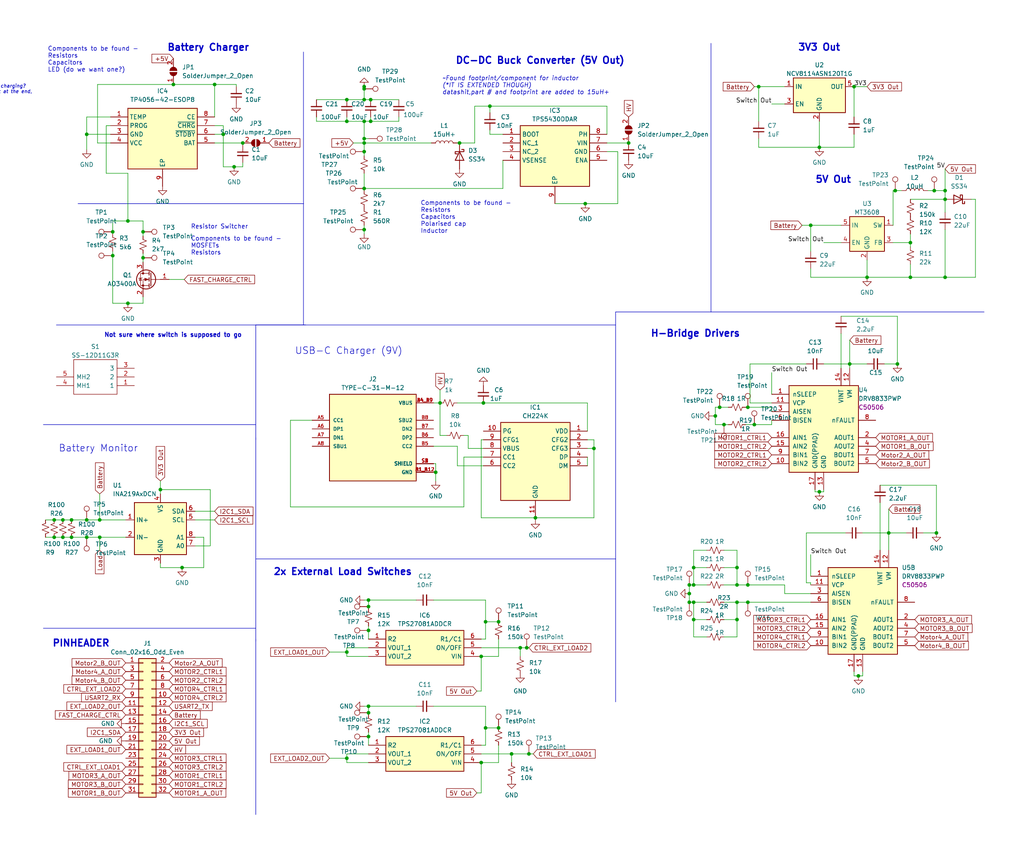
<source format=kicad_sch>
(kicad_sch (version 20230121) (generator eeschema)
  (paper "User" 299.999 250.012)
  (lib_symbols
    (symbol "CH224K:CH224K"
      (property "Reference" "IC" (at 26.67 7.62 0))
      (property "Value" "CH224K" (at 26.67 5.08 0))
      (symbol "CH224K_1_1"
        (pin passive line (at 0 0 0) (length 5.08) (name "VDD") (number "1"))
        (pin passive line (at 30.48 0 180) (length 5.08) (name "PG") (number "10"))
        (pin passive line (at 15.24 -25.4 90) (length 5.08) (name "GND") (number "11"))
        (pin passive line (at 0 -2.54 0) (length 5.08) (name "CFG2") (number "2"))
        (pin passive line (at 0 -5.08 0) (length 5.08) (name "CFG3") (number "3"))
        (pin passive line (at 0 -7.62 0) (length 5.08) (name "DP") (number "4"))
        (pin passive line (at 0 -10.16 0) (length 5.08) (name "DM") (number "5"))
        (pin passive line (at 30.48 -10.16 180) (length 5.08) (name "CC2") (number "6"))
        (pin passive line (at 30.48 -7.62 180) (length 5.08) (name "CC1") (number "7"))
        (pin passive line (at 30.48 -5.08 180) (length 5.08) (name "VBUS") (number "8"))
        (pin passive line (at 30.48 -2.54 180) (length 5.08) (name "CFG1") (number "9"))
      )
    )
    (symbol "Connector:TestPoint" (pin_numbers hide) (pin_names (offset 0.762) hide)
      (property "Reference" "TP" (at 0 6.858 0))
      (property "Value" "TestPoint" (at 0 5.08 0))
      (symbol "TestPoint_1_1"
        (pin passive line (at 0 0 90) (length 2.54) (name "1") (number "1"))
      )
    )
    (symbol "Connector_Generic:Conn_02x16_Odd_Even" (pin_names (offset 1.016) hide)
      (property "Reference" "J" (at 1.27 20.32 0))
      (property "Value" "Conn_02x16_Odd_Even" (at 1.27 -22.86 0))
      (symbol "Conn_02x16_Odd_Even_1_1"
        (pin passive line (at -5.08 17.78 0) (length 3.81) (name "Pin_1") (number "1"))
        (pin passive line (at 7.62 7.62 180) (length 3.81) (name "Pin_10") (number "10"))
        (pin passive line (at -5.08 5.08 0) (length 3.81) (name "Pin_11") (number "11"))
        (pin passive line (at 7.62 5.08 180) (length 3.81) (name "Pin_12") (number "12"))
        (pin passive line (at -5.08 2.54 0) (length 3.81) (name "Pin_13") (number "13"))
        (pin passive line (at 7.62 2.54 180) (length 3.81) (name "Pin_14") (number "14"))
        (pin passive line (at -5.08 0 0) (length 3.81) (name "Pin_15") (number "15"))
        (pin passive line (at 7.62 0 180) (length 3.81) (name "Pin_16") (number "16"))
        (pin passive line (at -5.08 -2.54 0) (length 3.81) (name "Pin_17") (number "17"))
        (pin passive line (at 7.62 -2.54 180) (length 3.81) (name "Pin_18") (number "18"))
        (pin passive line (at -5.08 -5.08 0) (length 3.81) (name "Pin_19") (number "19"))
        (pin passive line (at 7.62 17.78 180) (length 3.81) (name "Pin_2") (number "2"))
        (pin passive line (at 7.62 -5.08 180) (length 3.81) (name "Pin_20") (number "20"))
        (pin passive line (at -5.08 -7.62 0) (length 3.81) (name "Pin_21") (number "21"))
        (pin passive line (at 7.62 -7.62 180) (length 3.81) (name "Pin_22") (number "22"))
        (pin passive line (at -5.08 -10.16 0) (length 3.81) (name "Pin_23") (number "23"))
        (pin passive line (at 7.62 -10.16 180) (length 3.81) (name "Pin_24") (number "24"))
        (pin passive line (at -5.08 -12.7 0) (length 3.81) (name "Pin_25") (number "25"))
        (pin passive line (at 7.62 -12.7 180) (length 3.81) (name "Pin_26") (number "26"))
        (pin passive line (at -5.08 -15.24 0) (length 3.81) (name "Pin_27") (number "27"))
        (pin passive line (at 7.62 -15.24 180) (length 3.81) (name "Pin_28") (number "28"))
        (pin passive line (at -5.08 -17.78 0) (length 3.81) (name "Pin_29") (number "29"))
        (pin passive line (at -5.08 15.24 0) (length 3.81) (name "Pin_3") (number "3"))
        (pin passive line (at 7.62 -17.78 180) (length 3.81) (name "Pin_30") (number "30"))
        (pin passive line (at -5.08 -20.32 0) (length 3.81) (name "Pin_31") (number "31"))
        (pin passive line (at 7.62 -20.32 180) (length 3.81) (name "Pin_32") (number "32"))
        (pin passive line (at 7.62 15.24 180) (length 3.81) (name "Pin_4") (number "4"))
        (pin passive line (at -5.08 12.7 0) (length 3.81) (name "Pin_5") (number "5"))
        (pin passive line (at 7.62 12.7 180) (length 3.81) (name "Pin_6") (number "6"))
        (pin passive line (at -5.08 10.16 0) (length 3.81) (name "Pin_7") (number "7"))
        (pin passive line (at 7.62 10.16 180) (length 3.81) (name "Pin_8") (number "8"))
        (pin passive line (at -5.08 7.62 0) (length 3.81) (name "Pin_9") (number "9"))
      )
    )
    (symbol "DRV8833PWP_1" (pin_names (offset 1.016))
      (property "Reference" "U" (at -3.81 16.51 0))
      (property "Value" "DRV8833PWP" (at -3.81 13.97 0))
      (symbol "DRV8833PWP_1_1_1"
        (pin input line (at -15.24 10.16 0) (length 5.08) (name "nSLEEP") (number "1"))
        (pin input line (at -15.24 -10.16 0) (length 5.08) (name "BIN2") (number "10"))
        (pin bidirectional line (at -15.24 7.62 0) (length 5.08) (name "VCP") (number "11"))
        (pin power_in line (at 7.62 17.78 270) (length 5.08) (name "VM") (number "12"))
        (pin power_in line (at 0 -17.78 90) (length 5.08) (name "GND") (number "13"))
        (pin power_in line (at 5.08 17.78 270) (length 5.08) (name "VINT") (number "14"))
        (pin input line (at -15.24 -5.08 0) (length 5.08) (name "AIN2") (number "15"))
        (pin input line (at -15.24 -2.54 0) (length 5.08) (name "AIN1") (number "16"))
        (pin power_in line (at -2.54 -17.78 90) (length 5.08) (name "GND(PPAD)") (number "17"))
        (pin power_out line (at 15.24 -2.54 180) (length 5.08) (name "AOUT1") (number "2"))
        (pin bidirectional line (at -15.24 5.08 0) (length 5.08) (name "AISEN") (number "3"))
        (pin power_out line (at 15.24 -5.08 180) (length 5.08) (name "AOUT2") (number "4"))
        (pin power_out line (at 15.24 -10.16 180) (length 5.08) (name "BOUT2") (number "5"))
        (pin bidirectional line (at -15.24 2.54 0) (length 5.08) (name "BISEN") (number "6"))
        (pin power_out line (at 15.24 -7.62 180) (length 5.08) (name "BOUT1") (number "7"))
        (pin open_collector line (at 15.24 2.54 180) (length 5.08) (name "nFAULT") (number "8"))
        (pin input line (at -15.24 -7.62 0) (length 5.08) (name "BIN1") (number "9"))
      )
    )
    (symbol "Device:C_Small" (pin_numbers hide) (pin_names (offset 0.254) hide)
      (property "Reference" "C" (at 0.254 1.778 0))
      (property "Value" "C_Small" (at 0.254 -2.032 0))
      (symbol "C_Small_1_1"
        (pin passive line (at 0 2.54 270) (length 2.032) (name "~") (number "1"))
        (pin passive line (at 0 -2.54 90) (length 2.032) (name "~") (number "2"))
      )
    )
    (symbol "Device:L" (pin_numbers hide) (pin_names (offset 1.016) hide)
      (property "Reference" "L" (at -1.27 0 90))
      (property "Value" "L" (at 1.905 0 90))
      (symbol "L_1_1"
        (pin passive line (at 0 3.81 270) (length 1.27) (name "1") (number "1"))
        (pin passive line (at 0 -3.81 90) (length 1.27) (name "2") (number "2"))
      )
    )
    (symbol "Device:R_Small_US" (pin_numbers hide) (pin_names (offset 0.254) hide)
      (property "Reference" "R" (at 0.762 0.508 0))
      (property "Value" "R_Small_US" (at 0.762 -1.016 0))
      (symbol "R_Small_US_1_1"
        (pin passive line (at 0 2.54 270) (length 1.016) (name "~") (number "1"))
        (pin passive line (at 0 -2.54 90) (length 1.016) (name "~") (number "2"))
      )
    )
    (symbol "Diode:SS34" (pin_numbers hide) (pin_names (offset 1.016) hide)
      (property "Reference" "D" (at 0 2.54 0))
      (property "Value" "SS34" (at 0 -2.54 0))
      (symbol "SS34_1_1"
        (pin passive line (at -3.81 0 0) (length 2.54) (name "K") (number "1"))
        (pin passive line (at 3.81 0 180) (length 2.54) (name "A") (number "2"))
      )
    )
    (symbol "Driver_Motor:DRV8833PWP" (pin_names (offset 1.016))
      (property "Reference" "U" (at -3.81 16.51 0))
      (property "Value" "DRV8833PWP" (at -3.81 13.97 0))
      (property "LCSC" "C50506" (at 0 0 0))
      (symbol "DRV8833PWP_1_1"
        (pin input line (at -15.24 10.16 0) (length 5.08) (name "nSLEEP") (number "1"))
        (pin input line (at -15.24 -10.16 0) (length 5.08) (name "BIN2") (number "10"))
        (pin bidirectional line (at -15.24 7.62 0) (length 5.08) (name "VCP") (number "11"))
        (pin power_in line (at 7.62 17.78 270) (length 5.08) (name "VM") (number "12"))
        (pin power_in line (at 0 -17.78 90) (length 5.08) (name "GND") (number "13"))
        (pin power_in line (at 5.08 17.78 270) (length 5.08) (name "VINT") (number "14"))
        (pin input line (at -15.24 -5.08 0) (length 5.08) (name "AIN2") (number "15"))
        (pin input line (at -15.24 -2.54 0) (length 5.08) (name "AIN1") (number "16"))
        (pin power_in line (at -2.54 -17.78 90) (length 5.08) (name "GND(PPAD)") (number "17"))
        (pin power_out line (at 15.24 -2.54 180) (length 5.08) (name "AOUT1") (number "2"))
        (pin bidirectional line (at -15.24 5.08 0) (length 5.08) (name "AISEN") (number "3"))
        (pin power_out line (at 15.24 -5.08 180) (length 5.08) (name "AOUT2") (number "4"))
        (pin power_out line (at 15.24 -10.16 180) (length 5.08) (name "BOUT2") (number "5"))
        (pin bidirectional line (at -15.24 2.54 0) (length 5.08) (name "BISEN") (number "6"))
        (pin power_out line (at 15.24 -7.62 180) (length 5.08) (name "BOUT1") (number "7"))
        (pin open_collector line (at 15.24 2.54 180) (length 5.08) (name "nFAULT") (number "8"))
        (pin input line (at -15.24 -7.62 0) (length 5.08) (name "BIN1") (number "9"))
      )
      (symbol "DRV8833PWP_2_1"
        (pin input line (at -15.24 10.16 0) (length 5.08) (name "nSLEEP") (number "1"))
        (pin input line (at -15.24 -10.16 0) (length 5.08) (name "BIN2") (number "10"))
        (pin bidirectional line (at -15.24 7.62 0) (length 5.08) (name "VCP") (number "11"))
        (pin power_in line (at 7.62 17.78 270) (length 5.08) (name "VM") (number "12"))
        (pin power_in line (at 0 -17.78 90) (length 5.08) (name "GND") (number "13"))
        (pin power_in line (at 5.08 17.78 270) (length 5.08) (name "VINT") (number "14"))
        (pin input line (at -15.24 -5.08 0) (length 5.08) (name "AIN2") (number "15"))
        (pin input line (at -15.24 -2.54 0) (length 5.08) (name "AIN1") (number "16"))
        (pin power_in line (at -2.54 -17.78 90) (length 5.08) (name "GND(PPAD)") (number "17"))
        (pin power_out line (at 15.24 -2.54 180) (length 5.08) (name "AOUT1") (number "2"))
        (pin bidirectional line (at -15.24 5.08 0) (length 5.08) (name "AISEN") (number "3"))
        (pin power_out line (at 15.24 -5.08 180) (length 5.08) (name "AOUT2") (number "4"))
        (pin power_out line (at 15.24 -10.16 180) (length 5.08) (name "BOUT2") (number "5"))
        (pin bidirectional line (at -15.24 2.54 0) (length 5.08) (name "BISEN") (number "6"))
        (pin power_out line (at 15.24 -7.62 180) (length 5.08) (name "BOUT1") (number "7"))
        (pin open_collector line (at 15.24 2.54 180) (length 5.08) (name "nFAULT") (number "8"))
        (pin input line (at -15.24 -7.62 0) (length 5.08) (name "BIN1") (number "9"))
      )
    )
    (symbol "Jumper:SolderJumper_2_Open" (pin_names (offset 0) hide)
      (property "Reference" "JP" (at 0 2.032 0))
      (property "Value" "SolderJumper_2_Open" (at 0 -2.54 0))
      (symbol "SolderJumper_2_Open_1_1"
        (pin passive line (at -3.81 0 0) (length 2.54) (name "A") (number "1"))
        (pin passive line (at 3.81 0 180) (length 2.54) (name "B") (number "2"))
      )
    )
    (symbol "Regulator_Linear:NCV8114ASN120T1G"
      (property "Reference" "U" (at 0 8.89 0))
      (property "Value" "NCV8114ASN120T1G" (at 0 6.35 0))
      (symbol "NCV8114ASN120T1G_1_1"
        (pin power_in line (at -10.16 2.54 0) (length 2.54) (name "IN") (number "1"))
        (pin power_in line (at 0 -7.62 90) (length 2.54) (name "GND") (number "2"))
        (pin input line (at -10.16 -2.54 0) (length 2.54) (name "EN") (number "3"))
        (pin no_connect line (at 7.62 -2.54 180) (length 2.54) hide (name "NC") (number "4"))
        (pin power_out line (at 10.16 2.54 180) (length 2.54) (name "OUT") (number "5"))
      )
    )
    (symbol "Regulator_Switching:MT3608"
      (property "Reference" "U" (at -2.54 8.89 0))
      (property "Value" "MT3608" (at -3.81 6.35 0))
      (symbol "MT3608_1_1"
        (pin passive line (at 7.62 2.54 180) (length 2.54) (name "SW") (number "1"))
        (pin power_in line (at 0 -7.62 90) (length 2.54) (name "GND") (number "2"))
        (pin input line (at 7.62 -2.54 180) (length 2.54) (name "FB") (number "3"))
        (pin input line (at -7.62 -2.54 0) (length 2.54) (name "EN") (number "4"))
        (pin power_in line (at -7.62 2.54 0) (length 2.54) (name "IN") (number "5"))
        (pin no_connect line (at 5.08 0 180) (length 2.54) hide (name "NC") (number "6"))
      )
    )
    (symbol "SWITCH:SS-12D11G3R" (pin_names (offset 0.762))
      (property "Reference" "S" (at 19.05 7.62 0))
      (property "Value" "SS-12D11G3R" (at 19.05 5.08 0))
      (symbol "SS-12D11G3R_0_0"
        (pin passive line (at 0 0 0) (length 5.08) (name "1") (number "1"))
        (pin passive line (at 0 -2.54 0) (length 5.08) (name "2") (number "2"))
        (pin passive line (at 0 -5.08 0) (length 5.08) (name "3") (number "3"))
        (pin passive line (at 22.86 0 180) (length 5.08) (name "MH1") (number "4"))
        (pin passive line (at 22.86 -2.54 180) (length 5.08) (name "MH2") (number "5"))
      )
    )
    (symbol "Sensor_Energy:INA219AxDCN"
      (property "Reference" "U" (at -6.35 8.89 0))
      (property "Value" "INA219AxDCN" (at 6.35 8.89 0))
      (symbol "INA219AxDCN_1_1"
        (pin input line (at -10.16 2.54 0) (length 2.54) (name "IN+") (number "1"))
        (pin input line (at -10.16 -2.54 0) (length 2.54) (name "IN-") (number "2"))
        (pin power_in line (at 0 -10.16 90) (length 2.54) (name "GND") (number "3"))
        (pin power_in line (at 0 10.16 270) (length 2.54) (name "VS") (number "4"))
        (pin input line (at 10.16 2.54 180) (length 2.54) (name "SCL") (number "5"))
        (pin bidirectional line (at 10.16 5.08 180) (length 2.54) (name "SDA") (number "6"))
        (pin input line (at 10.16 -5.08 180) (length 2.54) (name "A0") (number "7"))
        (pin input line (at 10.16 -2.54 180) (length 2.54) (name "A1") (number "8"))
      )
    )
    (symbol "TP4056-42-ESOP8:TP4056-42-ESOP8"
      (property "Reference" "IC" (at 26.67 7.62 0))
      (property "Value" "TP4056-42-ESOP8" (at 26.67 5.08 0))
      (symbol "TP4056-42-ESOP8_1_1"
        (pin passive line (at 0 0 0) (length 5.08) (name "TEMP") (number "1"))
        (pin passive line (at 0 -2.54 0) (length 5.08) (name "PROG") (number "2"))
        (pin passive line (at 0 -5.08 0) (length 5.08) (name "GND") (number "3"))
        (pin passive line (at 0 -7.62 0) (length 5.08) (name "VCC") (number "4"))
        (pin passive line (at 30.48 -7.62 180) (length 5.08) (name "BAT") (number "5"))
        (pin passive line (at 30.48 -5.08 180) (length 5.08) (name "~{STDBY}") (number "6"))
        (pin passive line (at 30.48 -2.54 180) (length 5.08) (name "~{CHRG}") (number "7"))
        (pin passive line (at 30.48 0 180) (length 5.08) (name "CE") (number "8"))
        (pin passive line (at 15.24 -20.32 90) (length 5.08) (name "EP") (number "9"))
      )
    )
    (symbol "TPS27081ADDCR_1"
      (property "Reference" "IC" (at 29.21 7.62 0))
      (property "Value" "TPS27081ADDCR" (at 29.21 5.08 0))
      (symbol "TPS27081ADDCR_1_1_1"
        (pin passive line (at 0 0 0) (length 5.08) (name "R2") (number "1"))
        (pin passive line (at 0 -2.54 0) (length 5.08) (name "VOUT_1") (number "2"))
        (pin passive line (at 0 -5.08 0) (length 5.08) (name "VOUT_2") (number "3"))
        (pin passive line (at 33.02 -5.08 180) (length 5.08) (name "VIN") (number "4"))
        (pin passive line (at 33.02 -2.54 180) (length 5.08) (name "ON/OFF") (number "5"))
        (pin passive line (at 33.02 0 180) (length 5.08) (name "R1/C1") (number "6"))
      )
    )
    (symbol "TPS5430DDAR:TPS5430DDAR"
      (property "Reference" "IC" (at 26.67 7.62 0))
      (property "Value" "TPS5430DDAR" (at 26.67 5.08 0))
      (symbol "TPS5430DDAR_1_1"
        (pin passive line (at 0 0 0) (length 5.08) (name "BOOT") (number "1"))
        (pin passive line (at 0 -2.54 0) (length 5.08) (name "NC_1") (number "2"))
        (pin passive line (at 0 -5.08 0) (length 5.08) (name "NC_2") (number "3"))
        (pin passive line (at 0 -7.62 0) (length 5.08) (name "VSENSE") (number "4"))
        (pin passive line (at 30.48 -7.62 180) (length 5.08) (name "ENA") (number "5"))
        (pin passive line (at 30.48 -5.08 180) (length 5.08) (name "GND") (number "6"))
        (pin passive line (at 30.48 -2.54 180) (length 5.08) (name "VIN") (number "7"))
        (pin passive line (at 30.48 0 180) (length 5.08) (name "PH") (number "8"))
        (pin passive line (at 15.24 -20.32 90) (length 5.08) (name "EP") (number "9"))
      )
    )
    (symbol "TYPE-C-31-M-12:TYPE-C-31-M-12" (pin_names (offset 1.016))
      (property "Reference" "J" (at -12.7 13.462 0))
      (property "Value" "TYPE-C-31-M-12" (at -12.7 -13.462 0))
      (symbol "TYPE-C-31-M-12_0_0"
        (pin power_in line (at 17.78 -10.16 180) (length 5.08) (name "GND") (number "A1_B12"))
        (pin power_in line (at 17.78 10.16 180) (length 5.08) (name "VBUS") (number "A4_B9"))
        (pin bidirectional line (at -17.78 5.08 0) (length 5.08) (name "CC1") (number "A5"))
        (pin bidirectional line (at -17.78 2.54 0) (length 5.08) (name "DP1") (number "A6"))
        (pin bidirectional line (at -17.78 0 0) (length 5.08) (name "DN1") (number "A7"))
        (pin bidirectional line (at -17.78 -2.54 0) (length 5.08) (name "SBU1") (number "A8"))
        (pin power_in line (at 17.78 -10.16 180) (length 5.08) (name "GND") (number "B1_A12"))
        (pin power_in line (at 17.78 10.16 180) (length 5.08) (name "VBUS") (number "B4_A9"))
        (pin bidirectional line (at 17.78 -2.54 180) (length 5.08) (name "CC2") (number "B5"))
        (pin bidirectional line (at 17.78 0 180) (length 5.08) (name "DP2") (number "B6"))
        (pin bidirectional line (at 17.78 2.54 180) (length 5.08) (name "DN2") (number "B7"))
        (pin bidirectional line (at 17.78 5.08 180) (length 5.08) (name "SBU2") (number "B8"))
        (pin passive line (at 17.78 -7.62 180) (length 5.08) (name "SHIELD") (number "S1"))
        (pin passive line (at 17.78 -7.62 180) (length 5.08) (name "SHIELD") (number "S2"))
        (pin passive line (at 17.78 -7.62 180) (length 5.08) (name "SHIELD") (number "S3"))
        (pin passive line (at 17.78 -7.62 180) (length 5.08) (name "SHIELD") (number "S4"))
      )
    )
    (symbol "Transistor_FET:AO3400A" (pin_names hide)
      (property "Reference" "Q" (at 5.08 1.905 0))
      (property "Value" "AO3400A" (at 5.08 0 0))
      (symbol "AO3400A_1_1"
        (pin input line (at -5.08 0 0) (length 2.54) (name "G") (number "1"))
        (pin passive line (at 2.54 -5.08 90) (length 2.54) (name "S") (number "2"))
        (pin passive line (at 2.54 5.08 270) (length 2.54) (name "D") (number "3"))
      )
    )
    (symbol "power:GND" (power) (pin_names (offset 0))
      (property "Value" "GND" (at 0 -3.81 0))
      (symbol "GND_1_1"
        (pin power_in line (at 0 0 270) (length 0) hide (name "GND") (number "1"))
      )
    )
  )
  (junction (at 106.68 44.45))
  (junction (at 106.68 25.4))
  (junction (at 219.075 176.53))
  (junction (at 33.02 74.93))
  (junction (at 156.845 151.765))
  (junction (at 33.02 67.945))
  (junction (at 108.585 35.56))
  (junction (at 142.24 182.245))
  (junction (at 220.98 124.46))
  (junction (at 276.86 58.42))
  (junction (at 106.68 41.91))
  (junction (at 266.7 81.28))
  (junction (at 107.95 177.8))
  (junction (at 50.8 24.765))
  (junction (at 262.255 55.88))
  (junction (at 25.4 39.37))
  (junction (at 149.86 220.98))
  (junction (at 41.91 75.565))
  (junction (at 107.95 208.915))
  (junction (at 203.2 181.61))
  (junction (at 18.415 157.48))
  (junction (at 171.45 59.69))
  (junction (at 15.875 152.4))
  (junction (at 20.955 157.48))
  (junction (at 107.95 215.9))
  (junction (at 219.075 119.38))
  (junction (at 260.35 156.21))
  (junction (at 141.605 118.11))
  (junction (at 203.2 171.45))
  (junction (at 201.93 176.53))
  (junction (at 142.24 213.36))
  (junction (at 248.92 106.68))
  (junction (at 240.03 144.145))
  (junction (at 215.9 171.45))
  (junction (at 101.6 191.135))
  (junction (at 107.95 184.785))
  (junction (at 184.15 41.91))
  (junction (at 106.68 40.64))
  (junction (at 134.62 41.91))
  (junction (at 15.875 157.48))
  (junction (at 25.4 152.4))
  (junction (at 250.19 25.4))
  (junction (at 106.68 55.245))
  (junction (at 68.58 48.895))
  (junction (at 251.46 198.12))
  (junction (at 237.49 66.04))
  (junction (at 203.2 166.37))
  (junction (at 62.865 24.765))
  (junction (at 222.25 25.4))
  (junction (at 143.51 31.115))
  (junction (at 127.635 138.43))
  (junction (at 101.6 29.21))
  (junction (at 276.86 81.28))
  (junction (at 29.21 157.48))
  (junction (at 108.585 29.21))
  (junction (at 46.99 143.51))
  (junction (at 101.6 222.25))
  (junction (at 18.415 152.4))
  (junction (at 106.68 35.56))
  (junction (at 201.93 173.99))
  (junction (at 65.405 39.37))
  (junction (at 274.32 156.21))
  (junction (at 210.82 119.38))
  (junction (at 107.95 207.01))
  (junction (at 273.685 55.88))
  (junction (at 146.05 213.36))
  (junction (at 37.465 88.9))
  (junction (at 240.03 43.18))
  (junction (at 140.97 223.52))
  (junction (at 140.97 192.405))
  (junction (at 215.9 166.37))
  (junction (at 266.7 71.12))
  (junction (at 106.68 26.035))
  (junction (at 154.305 189.865))
  (junction (at 154.94 220.98))
  (junction (at 254 81.28))
  (junction (at 101.6 35.56))
  (junction (at 212.09 124.46))
  (junction (at 262.89 106.68))
  (junction (at 29.21 152.4))
  (junction (at 215.9 181.61))
  (junction (at 276.86 55.88))
  (junction (at 71.12 41.91))
  (junction (at 203.2 176.53))
  (junction (at 152.4 189.865))
  (junction (at 219.075 171.45))
  (junction (at 41.91 67.945))
  (junction (at 25.4 157.48))
  (junction (at 201.93 171.45))
  (junction (at 146.05 182.245))
  (junction (at 53.34 166.37))
  (junction (at 106.68 29.21))
  (junction (at 173.99 131.445))
  (junction (at 215.9 176.53))
  (junction (at 128.905 118.11))
  (junction (at 37.465 64.77))
  (junction (at 20.955 152.4))
  (junction (at 107.95 175.895))
  (junction (at 209.55 121.92))
  (junction (at 106.68 67.31))
  (wire (pts (xy 28.575 41.91) (xy 28.575 24.765)))
  (wire (pts (xy 101.6 35.56) (xy 106.68 35.56)))
  (wire (pts (xy 128.905 118.11) (xy 128.905 127.635)))
  (wire (pts (xy 85.09 123.19) (xy 91.44 123.19)))
  (wire (pts (xy 53.975 81.915) (xy 49.53 81.915)))
  (wire (pts (xy 226.06 30.48) (xy 229.87 30.48)))
  (wire (pts (xy 248.92 106.68) (xy 254 106.68)))
  (wire (pts (xy 215.9 176.53) (xy 215.9 181.61)))
  (wire (pts (xy 106.68 41.91) (xy 106.68 44.45)))
  (wire (pts (xy 172.085 118.11) (xy 141.605 118.11)))
  (wire (pts (xy 266.7 71.12) (xy 266.7 68.58)))
  (wire (pts (xy 203.2 161.29) (xy 203.2 166.37)))
  (wire (pts (xy 276.86 49.53) (xy 276.86 55.88)))
  (wire (pts (xy 237.49 66.04) (xy 246.38 66.04)))
  (polyline (pts (xy 74.93 95.25) (xy 89.535 95.25)))
  (wire (pts (xy 219.71 106.68) (xy 219.71 118.11)))
  (wire (pts (xy 61.595 143.51) (xy 46.99 143.51)))
  (wire (pts (xy 41.91 74.295) (xy 41.91 75.565)))
  (wire (pts (xy 101.6 220.98) (xy 101.6 222.25)))
  (wire (pts (xy 252.73 156.21) (xy 260.35 156.21)))
  (wire (pts (xy 106.68 55.88) (xy 106.68 55.245)))
  (wire (pts (xy 276.86 58.42) (xy 276.86 62.23)))
  (wire (pts (xy 266.7 58.42) (xy 276.86 58.42)))
  (wire (pts (xy 139.7 232.41) (xy 140.97 232.41)))
  (wire (pts (xy 107.95 178.435) (xy 107.95 177.8)))
  (wire (pts (xy 71.12 47.625) (xy 71.12 48.895)))
  (wire (pts (xy 212.09 124.46) (xy 213.36 124.46)))
  (wire (pts (xy 50.8 24.765) (xy 62.865 24.765)))
  (wire (pts (xy 146.05 218.44) (xy 146.05 223.52)))
  (wire (pts (xy 259.08 106.68) (xy 262.89 106.68)))
  (wire (pts (xy 248.92 106.68) (xy 248.92 107.95)))
  (wire (pts (xy 142.24 187.325) (xy 140.97 187.325)))
  (wire (pts (xy 207.01 186.69) (xy 203.2 186.69)))
  (wire (pts (xy 172.085 131.445) (xy 173.99 131.445)))
  (wire (pts (xy 15.875 152.4) (xy 18.415 152.4)))
  (wire (pts (xy 146.05 223.52) (xy 140.97 223.52)))
  (wire (pts (xy 103.505 41.91) (xy 106.68 41.91)))
  (wire (pts (xy 32.385 36.83) (xy 31.115 36.83)))
  (wire (pts (xy 229.87 171.45) (xy 219.075 171.45)))
  (wire (pts (xy 85.09 148.59) (xy 85.09 123.19)))
  (wire (pts (xy 140.97 202.565) (xy 140.97 192.405)))
  (wire (pts (xy 116.84 34.29) (xy 116.84 35.56)))
  (wire (pts (xy 108.585 29.21) (xy 116.84 29.21)))
  (wire (pts (xy 41.91 75.565) (xy 41.91 76.835)))
  (wire (pts (xy 92.71 35.56) (xy 101.6 35.56)))
  (wire (pts (xy 127 130.81) (xy 133.985 130.81)))
  (wire (pts (xy 20.955 152.4) (xy 25.4 152.4)))
  (wire (pts (xy 106.68 44.45) (xy 106.68 45.72)))
  (polyline (pts (xy 22.86 59.69) (xy 88.9 59.69)))
  (wire (pts (xy 142.24 207.01) (xy 142.24 213.36)))
  (wire (pts (xy 137.16 131.445) (xy 137.16 127.635)))
  (wire (pts (xy 226.06 124.46) (xy 220.98 124.46)))
  (wire (pts (xy 101.6 29.21) (xy 92.71 29.21)))
  (wire (pts (xy 147.32 39.37) (xy 143.51 39.37)))
  (wire (pts (xy 143.51 39.37) (xy 143.51 38.1)))
  (wire (pts (xy 266.7 81.28) (xy 276.86 81.28)))
  (polyline (pts (xy 88.9 59.69) (xy 88.9 95.25)))
  (wire (pts (xy 173.99 131.445) (xy 173.99 151.765)))
  (wire (pts (xy 59.69 157.48) (xy 59.69 166.37)))
  (polyline (pts (xy 74.93 187.325) (xy 74.93 238.76)))
  (wire (pts (xy 28.575 24.765) (xy 50.8 24.765)))
  (wire (pts (xy 209.55 119.38) (xy 209.55 121.92)))
  (wire (pts (xy 149.86 220.98) (xy 149.86 223.52)))
  (wire (pts (xy 101.6 189.865) (xy 101.6 191.135)))
  (wire (pts (xy 212.09 176.53) (xy 215.9 176.53)))
  (wire (pts (xy 25.4 152.4) (xy 29.21 152.4)))
  (wire (pts (xy 106.68 26.035) (xy 106.68 29.21)))
  (wire (pts (xy 229.87 171.45) (xy 229.87 173.99)))
  (wire (pts (xy 18.415 157.48) (xy 20.955 157.48)))
  (wire (pts (xy 59.69 166.37) (xy 53.34 166.37)))
  (wire (pts (xy 37.465 88.9) (xy 33.02 88.9)))
  (wire (pts (xy 107.95 40.64) (xy 106.68 40.64)))
  (wire (pts (xy 101.6 223.52) (xy 101.6 222.25)))
  (wire (pts (xy 220.98 124.46) (xy 218.44 124.46)))
  (wire (pts (xy 250.19 25.4) (xy 254 25.4)))
  (wire (pts (xy 33.02 74.93) (xy 33.02 88.9)))
  (wire (pts (xy 69.215 24.765) (xy 69.215 25.4)))
  (polyline (pts (xy 180.34 163.83) (xy 180.34 205.74)))
  (wire (pts (xy 127 207.01) (xy 142.24 207.01)))
  (wire (pts (xy 127.635 138.43) (xy 127.635 140.97)))
  (wire (pts (xy 143.51 31.115) (xy 143.51 33.02)))
  (wire (pts (xy 107.95 184.785) (xy 107.95 187.325)))
  (wire (pts (xy 128.905 114.3) (xy 128.905 118.11)))
  (wire (pts (xy 250.19 196.85) (xy 250.19 198.12)))
  (wire (pts (xy 37.465 64.77) (xy 41.91 64.77)))
  (wire (pts (xy 62.865 149.86) (xy 57.15 149.86)))
  (wire (pts (xy 106.68 55.245) (xy 147.32 55.245)))
  (wire (pts (xy 218.44 119.38) (xy 219.075 119.38)))
  (wire (pts (xy 215.9 176.53) (xy 219.075 176.53)))
  (wire (pts (xy 140.97 220.98) (xy 149.86 220.98)))
  (wire (pts (xy 134.62 41.91) (xy 139.065 41.91)))
  (wire (pts (xy 222.25 43.18) (xy 240.03 43.18)))
  (wire (pts (xy 215.9 161.29) (xy 215.9 166.37)))
  (wire (pts (xy 250.19 39.37) (xy 250.19 43.18)))
  (wire (pts (xy 177.8 44.45) (xy 180.975 44.45)))
  (wire (pts (xy 61.595 160.02) (xy 61.595 143.51)))
  (wire (pts (xy 209.55 121.92) (xy 209.55 124.46)))
  (wire (pts (xy 260.35 156.21) (xy 265.43 156.21)))
  (wire (pts (xy 106.68 29.21) (xy 108.585 29.21)))
  (wire (pts (xy 222.25 25.4) (xy 222.25 35.56)))
  (wire (pts (xy 121.92 175.895) (xy 107.95 175.895)))
  (wire (pts (xy 20.955 157.48) (xy 25.4 157.48)))
  (wire (pts (xy 203.2 176.53) (xy 203.2 181.61)))
  (wire (pts (xy 106.68 67.31) (xy 106.68 66.04)))
  (wire (pts (xy 271.78 55.88) (xy 273.685 55.88)))
  (wire (pts (xy 173.99 151.765) (xy 156.845 151.765)))
  (wire (pts (xy 108.585 34.29) (xy 108.585 35.56)))
  (wire (pts (xy 261.62 71.12) (xy 266.7 71.12)))
  (wire (pts (xy 107.95 223.52) (xy 101.6 223.52)))
  (wire (pts (xy 203.2 171.45) (xy 207.01 171.45)))
  (wire (pts (xy 13.335 157.48) (xy 15.875 157.48)))
  (wire (pts (xy 29.21 157.48) (xy 36.83 157.48)))
  (wire (pts (xy 246.38 92.71) (xy 262.89 92.71)))
  (wire (pts (xy 285.75 58.42) (xy 284.48 58.42)))
  (polyline (pts (xy 12.7 124.46) (xy 74.93 124.46)))
  (wire (pts (xy 154.94 220.98) (xy 156.21 220.98)))
  (wire (pts (xy 31.115 36.83) (xy 31.115 50.8)))
  (wire (pts (xy 29.21 144.78) (xy 29.21 152.4)))
  (wire (pts (xy 262.255 55.88) (xy 264.16 55.88)))
  (wire (pts (xy 236.22 170.815) (xy 237.49 170.815)))
  (wire (pts (xy 41.91 86.995) (xy 41.91 88.9)))
  (wire (pts (xy 226.06 123.19) (xy 226.06 124.46)))
  (wire (pts (xy 266.7 77.47) (xy 266.7 81.28)))
  (wire (pts (xy 209.55 124.46) (xy 212.09 124.46)))
  (wire (pts (xy 141.605 131.445) (xy 137.16 131.445)))
  (wire (pts (xy 127 138.43) (xy 127.635 138.43)))
  (wire (pts (xy 274.32 142.24) (xy 274.32 156.21)))
  (wire (pts (xy 207.01 161.29) (xy 203.2 161.29)))
  (polyline (pts (xy 12.7 184.15) (xy 74.93 184.15)))
  (wire (pts (xy 212.09 161.29) (xy 215.9 161.29)))
  (wire (pts (xy 210.82 119.38) (xy 209.55 119.38)))
  (wire (pts (xy 146.05 192.405) (xy 140.97 192.405)))
  (wire (pts (xy 33.02 64.77) (xy 37.465 64.77)))
  (wire (pts (xy 142.24 182.245) (xy 142.24 187.325)))
  (wire (pts (xy 219.075 171.45) (xy 215.9 171.45)))
  (wire (pts (xy 142.24 213.36) (xy 142.24 218.44)))
  (wire (pts (xy 285.75 81.28) (xy 276.86 81.28)))
  (wire (pts (xy 152.4 189.865) (xy 154.305 189.865)))
  (wire (pts (xy 128.905 118.11) (xy 127 118.11)))
  (wire (pts (xy 229.87 173.99) (xy 237.49 173.99)))
  (wire (pts (xy 101.6 191.135) (xy 96.52 191.135)))
  (wire (pts (xy 127.635 135.89) (xy 127.635 138.43)))
  (wire (pts (xy 71.12 48.895) (xy 68.58 48.895)))
  (wire (pts (xy 250.19 25.4) (xy 250.19 34.29)))
  (wire (pts (xy 142.24 213.36) (xy 146.05 213.36)))
  (wire (pts (xy 46.99 143.51) (xy 46.99 144.78)))
  (polyline (pts (xy 16.51 95.25) (xy 74.93 95.25)))
  (wire (pts (xy 33.02 73.66) (xy 33.02 74.93)))
  (wire (pts (xy 201.93 173.99) (xy 201.93 176.53)))
  (wire (pts (xy 238.76 143.51) (xy 238.76 144.145)))
  (wire (pts (xy 172.085 133.985) (xy 172.085 136.525)))
  (wire (pts (xy 25.4 39.37) (xy 32.385 39.37)))
  (wire (pts (xy 172.085 128.905) (xy 173.99 128.905)))
  (wire (pts (xy 237.49 170.815) (xy 237.49 171.45)))
  (wire (pts (xy 257.81 147.32) (xy 257.81 161.29)))
  (wire (pts (xy 140.97 189.865) (xy 152.4 189.865)))
  (wire (pts (xy 250.19 43.18) (xy 240.03 43.18)))
  (wire (pts (xy 107.95 215.9) (xy 107.95 218.44)))
  (wire (pts (xy 276.86 67.31) (xy 276.86 81.28)))
  (wire (pts (xy 57.15 157.48) (xy 59.69 157.48)))
  (wire (pts (xy 107.95 209.55) (xy 107.95 208.915)))
  (wire (pts (xy 106.68 207.01) (xy 107.95 207.01)))
  (wire (pts (xy 106.68 40.64) (xy 106.68 41.91)))
  (wire (pts (xy 65.405 36.83) (xy 65.405 39.37)))
  (wire (pts (xy 133.985 130.81) (xy 133.985 136.525)))
  (wire (pts (xy 33.02 67.945) (xy 33.02 68.58)))
  (wire (pts (xy 236.22 156.21) (xy 236.22 170.815)))
  (wire (pts (xy 257.81 142.24) (xy 274.32 142.24)))
  (wire (pts (xy 25.4 39.37) (xy 25.4 43.815)))
  (wire (pts (xy 212.09 181.61) (xy 215.9 181.61)))
  (wire (pts (xy 240.03 35.56) (xy 240.03 43.18)))
  (wire (pts (xy 172.085 126.365) (xy 172.085 118.11)))
  (wire (pts (xy 46.99 140.97) (xy 46.99 143.51)))
  (wire (pts (xy 106.68 35.56) (xy 106.68 40.64)))
  (wire (pts (xy 107.95 177.8) (xy 107.95 175.895)))
  (wire (pts (xy 101.6 34.29) (xy 101.6 35.56)))
  (wire (pts (xy 71.12 41.91) (xy 71.12 42.545)))
  (wire (pts (xy 142.24 175.895) (xy 142.24 182.245)))
  (wire (pts (xy 133.985 136.525) (xy 141.605 136.525)))
  (wire (pts (xy 241.3 106.68) (xy 248.92 106.68)))
  (wire (pts (xy 180.975 59.69) (xy 171.45 59.69)))
  (wire (pts (xy 62.865 152.4) (xy 57.15 152.4)))
  (wire (pts (xy 107.95 220.98) (xy 101.6 220.98)))
  (polyline (pts (xy 180.34 163.83) (xy 180.34 91.44)))
  (wire (pts (xy 246.38 97.79) (xy 246.38 107.95)))
  (wire (pts (xy 220.98 25.4) (xy 222.25 25.4)))
  (wire (pts (xy 152.4 189.865) (xy 152.4 192.405)))
  (wire (pts (xy 142.24 182.245) (xy 146.05 182.245)))
  (wire (pts (xy 207.01 166.37) (xy 203.2 166.37)))
  (wire (pts (xy 106.68 175.895) (xy 107.95 175.895)))
  (wire (pts (xy 273.685 55.88) (xy 276.86 55.88)))
  (wire (pts (xy 46.99 166.37) (xy 46.99 165.1)))
  (wire (pts (xy 215.9 186.69) (xy 215.9 181.61)))
  (polyline (pts (xy 208.28 12.7) (xy 208.28 91.44)))
  (wire (pts (xy 177.8 39.37) (xy 177.8 31.115)))
  (polyline (pts (xy 74.93 187.96) (xy 74.93 124.46)))
  (wire (pts (xy 133.985 41.91) (xy 134.62 41.91)))
  (wire (pts (xy 180.975 44.45) (xy 180.975 59.69)))
  (wire (pts (xy 254 76.2) (xy 254 81.28)))
  (wire (pts (xy 141.605 133.985) (xy 135.89 133.985)))
  (wire (pts (xy 101.6 192.405) (xy 101.6 191.135)))
  (wire (pts (xy 106.68 25.4) (xy 106.68 26.035)))
  (wire (pts (xy 203.2 186.69) (xy 203.2 181.61)))
  (wire (pts (xy 212.09 171.45) (xy 215.9 171.45)))
  (wire (pts (xy 127 175.895) (xy 142.24 175.895)))
  (wire (pts (xy 140.97 218.44) (xy 142.24 218.44)))
  (wire (pts (xy 201.93 176.53) (xy 203.2 176.53)))
  (wire (pts (xy 106.68 41.91) (xy 126.365 41.91)))
  (wire (pts (xy 226.06 109.22) (xy 226.06 115.57)))
  (wire (pts (xy 62.865 24.765) (xy 69.215 24.765)))
  (wire (pts (xy 140.97 232.41) (xy 140.97 223.52)))
  (wire (pts (xy 106.68 35.56) (xy 108.585 35.56)))
  (wire (pts (xy 177.8 41.91) (xy 184.15 41.91)))
  (wire (pts (xy 262.89 92.71) (xy 262.89 106.68)))
  (wire (pts (xy 237.49 78.74) (xy 237.49 81.28)))
  (wire (pts (xy 41.91 67.945) (xy 41.91 69.215)))
  (wire (pts (xy 156.845 152.4) (xy 156.845 151.765)))
  (wire (pts (xy 207.01 176.53) (xy 203.2 176.53)))
  (wire (pts (xy 215.9 166.37) (xy 215.9 171.45)))
  (wire (pts (xy 213.36 119.38) (xy 210.82 119.38)))
  (wire (pts (xy 252.73 196.85) (xy 252.73 198.12)))
  (polyline (pts (xy 74.93 163.83) (xy 180.34 163.83)))
  (wire (pts (xy 101.6 222.25) (xy 96.52 222.25)))
  (wire (pts (xy 29.21 157.48) (xy 29.21 161.29)))
  (wire (pts (xy 149.86 220.98) (xy 154.94 220.98)))
  (wire (pts (xy 240.03 144.145) (xy 241.3 144.145)))
  (wire (pts (xy 261.62 55.88) (xy 262.255 55.88)))
  (wire (pts (xy 219.075 176.53) (xy 237.49 176.53)))
  (wire (pts (xy 201.93 171.45) (xy 203.2 171.45)))
  (wire (pts (xy 241.3 143.51) (xy 241.3 144.145)))
  (wire (pts (xy 41.91 88.9) (xy 37.465 88.9)))
  (wire (pts (xy 121.92 207.01) (xy 107.95 207.01)))
  (wire (pts (xy 285.75 58.42) (xy 285.75 81.28)))
  (wire (pts (xy 203.2 181.61) (xy 207.01 181.61)))
  (wire (pts (xy 241.3 71.12) (xy 246.38 71.12)))
  (wire (pts (xy 68.58 48.895) (xy 65.405 48.895)))
  (wire (pts (xy 154.305 189.865) (xy 154.94 189.865)))
  (wire (pts (xy 32.385 34.29) (xy 25.4 34.29)))
  (wire (pts (xy 237.49 162.56) (xy 237.49 168.91)))
  (wire (pts (xy 208.915 121.92) (xy 209.55 121.92)))
  (wire (pts (xy 147.32 46.99) (xy 147.32 55.245)))
  (wire (pts (xy 219.71 118.11) (xy 226.06 118.11)))
  (wire (pts (xy 171.45 59.69) (xy 162.56 59.69)))
  (wire (pts (xy 248.92 99.695) (xy 248.92 106.68)))
  (polyline (pts (xy 88.9 15.24) (xy 88.9 59.69)))
  (wire (pts (xy 13.335 152.4) (xy 15.875 152.4)))
  (polyline (pts (xy 74.93 124.46) (xy 74.93 95.25)))
  (wire (pts (xy 108.585 35.56) (xy 116.84 35.56)))
  (wire (pts (xy 261.62 55.88) (xy 261.62 66.04)))
  (wire (pts (xy 106.68 68.58) (xy 106.68 67.31)))
  (wire (pts (xy 222.25 40.64) (xy 222.25 43.18)))
  (wire (pts (xy 32.385 41.91) (xy 28.575 41.91)))
  (wire (pts (xy 254 81.28) (xy 266.7 81.28)))
  (polyline (pts (xy 74.93 128.27) (xy 74.93 128.905)))
  (wire (pts (xy 106.68 24.765) (xy 106.68 25.4)))
  (wire (pts (xy 107.95 214.63) (xy 107.95 215.9)))
  (wire (pts (xy 215.9 166.37) (xy 212.09 166.37)))
  (wire (pts (xy 237.49 81.28) (xy 254 81.28)))
  (wire (pts (xy 15.875 157.48) (xy 18.415 157.48)))
  (wire (pts (xy 146.05 187.325) (xy 146.05 192.405)))
  (wire (pts (xy 143.51 31.115) (xy 139.065 31.115)))
  (wire (pts (xy 266.7 71.12) (xy 266.7 72.39)))
  (wire (pts (xy 238.76 144.145) (xy 240.03 144.145)))
  (wire (pts (xy 270.51 156.21) (xy 274.32 156.21)))
  (wire (pts (xy 201.93 171.45) (xy 201.93 173.99)))
  (wire (pts (xy 260.35 149.225) (xy 260.35 156.21)))
  (wire (pts (xy 101.6 29.21) (xy 106.68 29.21)))
  (wire (pts (xy 25.4 157.48) (xy 29.21 157.48)))
  (wire (pts (xy 106.68 50.8) (xy 106.68 55.245)))
  (wire (pts (xy 57.15 160.02) (xy 61.595 160.02)))
  (wire (pts (xy 140.97 128.905) (xy 140.97 151.765)))
  (wire (pts (xy 41.91 64.77) (xy 41.91 67.945)))
  (wire (pts (xy 107.95 192.405) (xy 101.6 192.405)))
  (wire (pts (xy 140.97 151.765) (xy 156.845 151.765)))
  (wire (pts (xy 222.25 25.4) (xy 229.87 25.4)))
  (wire (pts (xy 107.95 183.515) (xy 107.95 184.785)))
  (wire (pts (xy 135.89 133.985) (xy 135.89 148.59)))
  (wire (pts (xy 141.605 128.905) (xy 140.97 128.905)))
  (wire (pts (xy 25.4 34.29) (xy 25.4 39.37)))
  (wire (pts (xy 107.95 208.915) (xy 107.95 207.01)))
  (wire (pts (xy 135.89 127.635) (xy 137.16 127.635)))
  (wire (pts (xy 236.22 106.68) (xy 219.71 106.68)))
  (wire (pts (xy 65.405 39.37) (xy 65.405 48.895)))
  (wire (pts (xy 237.49 66.04) (xy 237.49 73.66)))
  (wire (pts (xy 29.21 152.4) (xy 36.83 152.4)))
  (wire (pts (xy 250.19 198.12) (xy 251.46 198.12)))
  (wire (pts (xy 107.95 189.865) (xy 101.6 189.865)))
  (wire (pts (xy 219.075 119.38) (xy 226.06 119.38)))
  (polyline (pts (xy 74.93 95.25) (xy 180.34 95.25)))
  (wire (pts (xy 177.8 31.115) (xy 143.51 31.115)))
  (wire (pts (xy 37.465 50.8) (xy 37.465 64.77)))
  (wire (pts (xy 139.065 31.115) (xy 139.065 41.91)))
  (wire (pts (xy 53.34 166.37) (xy 46.99 166.37)))
  (wire (pts (xy 251.46 198.12) (xy 252.73 198.12)))
  (wire (pts (xy 128.905 127.635) (xy 130.81 127.635)))
  (wire (pts (xy 92.71 35.56) (xy 92.71 34.29)))
  (wire (pts (xy 212.09 186.69) (xy 215.9 186.69)))
  (polyline (pts (xy 180.34 91.44) (xy 288.29 91.44)))
  (wire (pts (xy 62.865 24.765) (xy 62.865 34.29)))
  (wire (pts (xy 33.02 64.77) (xy 33.02 67.945)))
  (wire (pts (xy 135.89 148.59) (xy 85.09 148.59)))
  (wire (pts (xy 62.865 41.91) (xy 71.12 41.91)))
  (wire (pts (xy 203.2 166.37) (xy 203.2 171.45)))
  (wire (pts (xy 234.95 66.04) (xy 237.49 66.04)))
  (wire (pts (xy 62.865 36.83) (xy 65.405 36.83)))
  (wire (pts (xy 18.415 152.4) (xy 20.955 152.4)))
  (wire (pts (xy 139.7 202.565) (xy 140.97 202.565)))
  (wire (pts (xy 62.865 39.37) (xy 65.405 39.37)))
  (wire (pts (xy 260.35 156.21) (xy 260.35 161.29)))
  (wire (pts (xy 31.115 50.8) (xy 37.465 50.8)))
  (wire (pts (xy 226.06 119.38) (xy 226.06 120.65)))
  (wire (pts (xy 276.86 55.88) (xy 276.86 58.42)))
  (wire (pts (xy 236.22 156.21) (xy 247.65 156.21)))
  (wire (pts (xy 127 135.89) (xy 127.635 135.89)))
  (wire (pts (xy 173.99 128.905) (xy 173.99 131.445)))
  (wire (pts (xy 133.985 118.11) (xy 141.605 118.11)))
  (text "H-Bridge Drivers" (at 190.5 99.06 0) (effects (font (size 2 2) bold) (justify left bottom)))
  (text "~Found footprint/component for inductor \n(*IT IS EXTENDED THOUGH)\ndatashit,part # and footprint are added to 15uH+" (at 129.54 27.94 0) (effects (font (size 1.27 1.27) italic) (justify left bottom)))
  (text "USB-C Charger (9V)\n" (at 86.36 104.14 0) (effects (font (size 2 2)) (justify left bottom)))
  (text "5V Out\n\n" (at 238.76 57.15 0) (effects (font (size 2 2) (thickness 0.4) bold) (justify left bottom)))
  (text "Resistor Switcher\n" (at 55.88 67.31 0) (effects (font (size 1.27 1.27)) (justify left bottom)))
  (text "DC-DC Buck Converter (5V Out)\n" (at 133.35 19.05 0) (effects (font (size 2 2) (thickness 0.4) bold) (justify left bottom)))
  (text "Components to be found - \nMOSFETs\nResistors\n" (at 55.88 74.93 0) (effects (font (size 1.27 1.27)) (justify left bottom)))
  (text "2x External Load Switches\n" (at 80.01 168.91 0) (effects (font (size 2 2) (thickness 0.4) bold) (justify left bottom)))
  (text "Battery Charger\n" (at 48.895 15.24 0) (effects (font (size 2 2) (thickness 0.4) bold) (justify left bottom)))
  (text "Not sure where switch is supposed to go" (at 30.48 99.06 0) (effects (font (size 1.27 1.27) (thickness 0.254) bold) (justify left bottom)))
  (text "Components to be found - \nResistors\nCapacitors\nLED (do we want one?)\n\n\n" (at 13.97 25.4 0) (effects (font (size 1.27 1.27)) (justify left bottom)))
  (text "Battery Monitor\n" (at 17.145 132.715 0) (effects (font (size 2 2)) (justify left bottom)))
  (text "~ an LED show that the battery is charging? \nI rate if there is enough in budget at the end,\nbut otherwise dont bother" (at -26.67 29.21 0) (effects (font (size 1 1) italic) (justify left bottom)))
  (text "Components to be found - \nResistors\nCapacitors\nPolarised cap\nInductor\n" (at 123.19 68.58 0) (effects (font (size 1.27 1.27)) (justify left bottom)))
  (text "3V3 Out\n\n" (at 233.68 18.415 0) (effects (font (size 2 2) (thickness 0.4) bold) (justify left bottom)))
  (text "PINHEADER" (at 15.24 189.865 0) (effects (font (size 2 2) (thickness 0.4) bold) (justify left bottom)))
  (label "Switch Out" (at 237.49 162.56 0))
  (label "5V" (at 276.86 49.53 180))
  (label "Switch Out" (at 241.3 71.12 180))
  (label "Switch Out" (at 226.06 109.22 0))
  (label "3V3" (at 250.19 25.4 0))
  (label "Switch Out" (at 226.06 30.48 180))
  (global_label "MOTOR1_CTRL1" (shape input) (at 226.06 128.27 180) (property "Intersheetrefs" "${INTERSHEET_REFS}" (effects hide)))
  (global_label "MOTOR4_CTRL1" (shape input) (at 49.53 201.93 0) (property "Intersheetrefs" "${INTERSHEET_REFS}" (effects hide)))
  (global_label "EXT_LOAD1_OUT" (shape input) (at 36.83 219.71 180) (property "Intersheetrefs" "${INTERSHEET_REFS}" (effects hide)))
  (global_label "3V3 Out" (shape input) (at 46.99 140.97 90) (property "Intersheetrefs" "${INTERSHEET_REFS}" (effects hide)))
  (global_label "Motor4_B_OUT" (shape input) (at 267.97 189.23 0) (property "Intersheetrefs" "${INTERSHEET_REFS}" (effects hide)))
  (global_label "MOTOR1_B_OUT" (shape input) (at 256.54 130.81 0) (property "Intersheetrefs" "${INTERSHEET_REFS}" (effects hide)))
  (global_label "MOTOR1_CTRL2" (shape input) (at 226.06 130.81 180) (property "Intersheetrefs" "${INTERSHEET_REFS}" (effects hide)))
  (global_label "5V Out" (shape input) (at 139.7 202.565 180) (property "Intersheetrefs" "${INTERSHEET_REFS}" (effects hide)))
  (global_label "MOTOR3_CTRL1" (shape input) (at 237.49 181.61 180) (property "Intersheetrefs" "${INTERSHEET_REFS}" (effects hide)))
  (global_label "I2C1_SDA" (shape input) (at 36.83 214.63 180) (property "Intersheetrefs" "${INTERSHEET_REFS}" (effects hide)))
  (global_label "Battery" (shape input) (at 49.53 209.55 0) (property "Intersheetrefs" "${INTERSHEET_REFS}" (effects hide)))
  (global_label "MOTOR3_CTRL2" (shape input) (at 237.49 184.15 180) (property "Intersheetrefs" "${INTERSHEET_REFS}" (effects hide)))
  (global_label "MOTOR1_B_OUT" (shape input) (at 36.83 232.41 180) (property "Intersheetrefs" "${INTERSHEET_REFS}" (effects hide)))
  (global_label "MOTOR2_CTRL2" (shape input) (at 49.53 199.39 0) (property "Intersheetrefs" "${INTERSHEET_REFS}" (effects hide)))
  (global_label "MOTOR1_CTRL2" (shape input) (at 49.53 229.87 0) (property "Intersheetrefs" "${INTERSHEET_REFS}" (effects hide)))
  (global_label "Battery" (shape input) (at 248.92 99.695 0) (property "Intersheetrefs" "${INTERSHEET_REFS}" (effects hide)))
  (global_label "Battery" (shape input) (at 220.98 25.4 180) (property "Intersheetrefs" "${INTERSHEET_REFS}" (effects hide)))
  (global_label "Motor2_A_OUT" (shape input) (at 256.54 133.35 0) (property "Intersheetrefs" "${INTERSHEET_REFS}" (effects hide)))
  (global_label "MOTOR3_A_OUT" (shape input) (at 36.83 227.33 180) (property "Intersheetrefs" "${INTERSHEET_REFS}" (effects hide)))
  (global_label "MOTOR3_B_OUT" (shape input) (at 267.97 184.15 0) (property "Intersheetrefs" "${INTERSHEET_REFS}" (effects hide)))
  (global_label "Battery" (shape input) (at 78.74 41.91 0) (property "Intersheetrefs" "${INTERSHEET_REFS}" (effects hide)))
  (global_label "MOTOR2_CTRL1" (shape input) (at 49.53 196.85 0) (property "Intersheetrefs" "${INTERSHEET_REFS}" (effects hide)))
  (global_label "MOTOR2_CTRL2" (shape input) (at 226.06 135.89 180) (property "Intersheetrefs" "${INTERSHEET_REFS}" (effects hide)))
  (global_label "Battery" (shape input) (at 260.35 149.225 0) (property "Intersheetrefs" "${INTERSHEET_REFS}" (effects hide)))
  (global_label "Battery" (shape input) (at 234.95 66.04 180) (property "Intersheetrefs" "${INTERSHEET_REFS}" (effects hide)))
  (global_label "HV" (shape input) (at 49.53 219.71 0) (property "Intersheetrefs" "${INTERSHEET_REFS}" (effects hide)))
  (global_label "Motor2_A_OUT" (shape input) (at 49.53 194.31 0) (property "Intersheetrefs" "${INTERSHEET_REFS}" (effects hide)))
  (global_label "USART2_RX" (shape input) (at 36.83 204.47 180) (property "Intersheetrefs" "${INTERSHEET_REFS}" (effects hide)))
  (global_label "+5V" (shape input) (at 103.505 41.91 180) (property "Intersheetrefs" "${INTERSHEET_REFS}" (effects hide)))
  (global_label "MOTOR3_B_OUT" (shape input) (at 36.83 229.87 180) (property "Intersheetrefs" "${INTERSHEET_REFS}" (effects hide)))
  (global_label "EXT_LOAD2_OUT" (shape input) (at 36.83 207.01 180) (property "Intersheetrefs" "${INTERSHEET_REFS}" (effects hide)))
  (global_label "Motor2_B_OUT" (shape input) (at 36.83 194.31 180) (property "Intersheetrefs" "${INTERSHEET_REFS}" (effects hide)))
  (global_label "+5V" (shape input) (at 50.8 17.145 180) (property "Intersheetrefs" "${INTERSHEET_REFS}" (effects hide)))
  (global_label "I2C1_SCL" (shape input) (at 62.865 152.4 0) (property "Intersheetrefs" "${INTERSHEET_REFS}" (effects hide)))
  (global_label "MOTOR4_CTRL2" (shape input) (at 49.53 204.47 0) (property "Intersheetrefs" "${INTERSHEET_REFS}" (effects hide)))
  (global_label "Load" (shape input) (at 29.21 161.29 270) (property "Intersheetrefs" "${INTERSHEET_REFS}" (effects hide)))
  (global_label "MOTOR4_CTRL1" (shape input) (at 237.49 186.69 180) (property "Intersheetrefs" "${INTERSHEET_REFS}" (effects hide)))
  (global_label "MOTOR1_A_OUT" (shape input) (at 256.54 128.27 0) (property "Intersheetrefs" "${INTERSHEET_REFS}" (effects hide)))
  (global_label "Motor4_A_OUT" (shape input) (at 267.97 186.69 0) (property "Intersheetrefs" "${INTERSHEET_REFS}" (effects hide)))
  (global_label "EXT_LOAD2_OUT" (shape input) (at 96.52 222.25 180) (property "Intersheetrefs" "${INTERSHEET_REFS}" (effects hide)))
  (global_label "MOTOR3_CTRL1" (shape input) (at 49.53 222.25 0) (property "Intersheetrefs" "${INTERSHEET_REFS}" (effects hide)))
  (global_label "MOTOR3_CTRL2" (shape input) (at 49.53 224.79 0) (property "Intersheetrefs" "${INTERSHEET_REFS}" (effects hide)))
  (global_label "CTRL_EXT_LOAD1" (shape input) (at 156.21 220.98 0) (property "Intersheetrefs" "${INTERSHEET_REFS}" (effects hide)))
  (global_label "3V3 Out" (shape input) (at 49.53 214.63 0) (property "Intersheetrefs" "${INTERSHEET_REFS}" (effects hide)))
  (global_label "MOTOR2_CTRL1" (shape input) (at 226.06 133.35 180) (property "Intersheetrefs" "${INTERSHEET_REFS}" (effects hide)))
  (global_label "CTRL_EXT_LOAD2" (shape input) (at 36.83 201.93 180) (property "Intersheetrefs" "${INTERSHEET_REFS}" (effects hide)))
  (global_label "CTRL_EXT_LOAD2" (shape input) (at 154.94 189.865 0) (property "Intersheetrefs" "${INTERSHEET_REFS}" (effects hide)))
  (global_label "5V Out" (shape input) (at 139.7 232.41 180) (property "Intersheetrefs" "${INTERSHEET_REFS}" (effects hide)))
  (global_label "3V3 Out" (shape input) (at 254 25.4 0) (property "Intersheetrefs" "${INTERSHEET_REFS}" (effects hide)))
  (global_label "HV" (shape input) (at 184.15 34.29 90) (property "Intersheetrefs" "${INTERSHEET_REFS}" (effects hide)))
  (global_label "MOTOR4_CTRL2" (shape input) (at 237.49 189.23 180) (property "Intersheetrefs" "${INTERSHEET_REFS}" (effects hide)))
  (global_label "MOTOR1_CTRL1" (shape input) (at 49.53 227.33 0) (property "Intersheetrefs" "${INTERSHEET_REFS}" (effects hide)))
  (global_label "Motor2_B_OUT" (shape input) (at 256.54 135.89 0) (property "Intersheetrefs" "${INTERSHEET_REFS}" (effects hide)))
  (global_label "Motor4_B_OUT" (shape input) (at 36.83 199.39 180) (property "Intersheetrefs" "${INTERSHEET_REFS}" (effects hide)))
  (global_label "I2C1_SDA" (shape input) (at 62.865 149.86 0) (property "Intersheetrefs" "${INTERSHEET_REFS}" (effects hide)))
  (global_label "MOTOR1_A_OUT" (shape input) (at 49.53 232.41 0) (property "Intersheetrefs" "${INTERSHEET_REFS}" (effects hide)))
  (global_label "HV" (shape input) (at 128.905 114.3 90) (property "Intersheetrefs" "${INTERSHEET_REFS}" (effects hide)))
  (global_label "EXT_LOAD1_OUT" (shape input) (at 96.52 191.135 180) (property "Intersheetrefs" "${INTERSHEET_REFS}" (effects hide)))
  (global_label "I2C1_SCL" (shape input) (at 49.53 212.09 0) (property "Intersheetrefs" "${INTERSHEET_REFS}" (effects hide)))
  (global_label "Battery" (shape input) (at 29.21 144.78 90) (property "Intersheetrefs" "${INTERSHEET_REFS}" (effects hide)))
  (global_label "5V Out" (shape input) (at 49.53 217.17 0) (property "Intersheetrefs" "${INTERSHEET_REFS}" (effects hide)))
  (global_label "5V Out" (shape input) (at 276.86 49.53 0) (property "Intersheetrefs" "${INTERSHEET_REFS}" (effects hide)))
  (global_label "CTRL_EXT_LOAD1" (shape input) (at 36.83 224.79 180) (property "Intersheetrefs" "${INTERSHEET_REFS}" (effects hide)))
  (global_label "USART2_TX" (shape input) (at 49.53 207.01 0) (property "Intersheetrefs" "${INTERSHEET_REFS}" (effects hide)))
  (global_label "Motor4_A_OUT" (shape input) (at 36.83 196.85 180) (property "Intersheetrefs" "${INTERSHEET_REFS}" (effects hide)))
  (global_label "FAST_CHARGE_CTRL" (shape input) (at 36.83 209.55 180) (property "Intersheetrefs" "${INTERSHEET_REFS}" (effects hide)))
  (global_label "MOTOR3_A_OUT" (shape input) (at 267.97 181.61 0) (property "Intersheetrefs" "${INTERSHEET_REFS}" (effects hide)))
  (global_label "FAST_CHARGE_CTRL" (shape input) (at 53.975 81.915 0) (property "Intersheetrefs" "${INTERSHEET_REFS}" (effects hide)))
  (symbol (lib_id "Connector:TestPoint") (at 107.95 208.915 90) (mirror x) (unit 1)
    (property "Reference" "TP9" (at 103.505 213.36 90))
    (property "Value" "TestPoint" (at 103.505 210.82 90))
  )
  (symbol (lib_id "Device:R_Small_US") (at 209.55 171.45 90) (unit 1)
    (property "Reference" "R22" (at 207.01 168.91 90))
    (property "Value" "2R" (at 210.82 168.91 90))
    (property "Footprint" "2 OHM:RESC1608X55N" (effects hide))
    (property "Datasheet" "chrome-extension://efaidnbmnnnibpcajpcglclefindmkaj/https://jlcpcb.com/api/file/downloadByFileSystemAccessId/8579706195311190016" (effects hide))
    (property "LCSC" "C22977" (effects hide))
  )
  (symbol (lib_id "power:GND") (at 254 81.28 0) (unit 1)
    (property "Reference" "#PWR017" (effects hide))
    (property "Value" "GND" (at 254 85.725 0))
  )
  (symbol (lib_id "Connector:TestPoint") (at 154.305 189.865 0) (unit 1)
    (property "Reference" "TP12" (at 156.21 184.15 0) (effects (justify left)))
    (property "Value" "TestPoint" (at 156.21 186.69 0) (effects (justify left)))
  )
  (symbol (lib_id "Connector:TestPoint") (at 219.075 176.53 0) (mirror x) (unit 1)
    (property "Reference" "TP16" (at 220.98 181.102 0) (effects (justify left)))
    (property "Value" "TestPoint" (at 220.98 178.562 0) (effects (justify left)))
  )
  (symbol (lib_id "power:GND") (at 274.32 156.21 0) (unit 1)
    (property "Reference" "#PWR023" (effects hide))
    (property "Value" "GND" (at 274.32 160.655 0))
  )
  (symbol (lib_id "Device:R_Small_US") (at 266.7 66.04 0) (unit 1)
    (property "Reference" "R10" (at 269.24 65.405 0) (effects (justify left)))
    (property "Value" "12K" (at 269.24 67.945 0) (effects (justify left)))
    (property "Footprint" "Resistor_SMD:R_0805_2012Metric" (effects hide))
    (property "Datasheet" "chrome-extension://efaidnbmnnnibpcajpcglclefindmkaj/https://jlcpcb.com/api/file/downloadByFileSystemAccessId/8579706476489080833" (effects hide))
    (property "LCSC" "C17444" (effects hide))
  )
  (symbol (lib_id "power:GND") (at 127.635 140.97 0) (unit 1)
    (property "Reference" "#PWR012" (effects hide))
    (property "Value" "GND" (at 127.635 145.415 0))
  )
  (symbol (lib_id "Device:R_Small_US") (at 133.35 127.635 90) (unit 1)
    (property "Reference" "R8" (at 133.35 121.92 90))
    (property "Value" "10k" (at 133.35 124.46 90))
    (property "Footprint" "Resistor_SMD:R_0805_2012Metric" (effects hide))
    (property "Datasheet" "chrome-extension://efaidnbmnnnibpcajpcglclefindmkaj/https://jlcpcb.com/api/file/downloadByFileSystemAccessId/8562006748401074176" (effects hide))
    (property "LCSC" "C17414" (effects hide))
  )
  (symbol (lib_id "TYPE-C-31-M-12:TYPE-C-31-M-12") (at 109.22 128.27 0) (unit 1)
    (property "Reference" "J2" (at 109.22 111.125 0))
    (property "Value" "TYPE-C-31-M-12" (at 109.22 113.665 0))
    (property "Footprint" "Type-C-31-m-12:HRO_TYPE-C-31-M-12" (effects hide))
    (property "Datasheet" "https://jlcpcb.com/api/file/downloadByFileSystemAccessId/8550723676069908480" (effects hide))
    (property "MF" "HRO Electronics Co., Ltd." (effects hide))
    (property "MAXIMUM_PACKAGE_HEIGHT" "3.26 mm" (effects hide))
    (property "Package" "Package" (effects hide))
    (property "Price" "None" (effects hide))
    (property "Check_prices" "https://www.snapeda.com/parts/TYPE-C-31-M-12/HRO+Electronics+Co.%252C+Ltd./view-part/?ref=eda" (effects hide))
    (property "STANDARD" "Manufacturer Recommendations" (effects hide))
    (property "PARTREV" "2020.12.08" (effects hide))
    (property "SnapEDA_Link" "https://www.snapeda.com/parts/TYPE-C-31-M-12/HRO+Electronics+Co.%252C+Ltd./view-part/?ref=snap" (effects hide))
    (property "MP" "TYPE-C-31-M-12" (effects hide))
    (property "Description" "\n                        \n                            USB Connectors 24 Receptacle 1 8.94*7.3mm RoHS\n                        \n" (effects hide))
    (property "SNAPEDA_PN" "TYPE-C-31-M-12" (effects hide))
    (property "Availability" "Not in stock" (effects hide))
    (property "MANUFACTURER" "HRO Electronics Co., Ltd." (effects hide))
    (property "LCSC" "C165948" (effects hide))
  )
  (symbol (lib_id "Device:R_Small_US") (at 106.68 48.26 0) (unit 1)
    (property "Reference" "R5" (at 109.22 46.99 0) (effects (justify left)))
    (property "Value" "10k" (at 109.22 49.53 0) (effects (justify left)))
    (property "Footprint" "Resistor_SMD:R_0805_2012Metric" (effects hide))
    (property "Datasheet" "chrome-extension://efaidnbmnnnibpcajpcglclefindmkaj/https://jlcpcb.com/api/file/downloadByFileSystemAccessId/8562006748401074176" (effects hide))
    (property "LCSC" "C17414" (effects hide))
  )
  (symbol (lib_id "Connector:TestPoint") (at 107.95 184.785 90) (mirror x) (unit 1)
    (property "Reference" "TP8" (at 102.235 189.23 90))
    (property "Value" "TestPoint" (at 102.235 186.69 90))
  )
  (symbol (lib_id "power:GND") (at 68.58 48.895 0) (unit 1)
    (property "Reference" "#PWR015" (effects hide))
    (property "Value" "GND" (at 68.58 53.34 0))
  )
  (symbol (lib_id "power:GND") (at 240.03 43.18 0) (unit 1)
    (property "Reference" "#PWR018" (effects hide))
    (property "Value" "GND" (at 240.03 47.625 0))
  )
  (symbol (lib_id "Connector:TestPoint") (at 220.98 124.46 0) (unit 1)
    (property "Reference" "TP20" (at 222.885 119.888 0) (effects (justify left)))
    (property "Value" "TestPoint" (at 222.885 122.428 0) (effects (justify left)))
  )
  (symbol (lib_name "TPS27081ADDCR_1") (lib_id "TPS27081ADDCR:TPS27081ADDCR") (at 107.95 187.325 0) (unit 1)
    (property "Reference" "IC6" (at 124.46 180.34 0))
    (property "Value" "TPS27081ADDCR" (at 124.46 182.88 0))
    (property "Footprint" "TPS27081ADDCR:SOT95P280X110-6N" (effects hide))
    (property "Datasheet" "http://www.ti.com/lit/ds/symlink/tps27081a.pdf" (effects hide))
    (property "Height" "1.1" (effects hide))
    (property "Manufacturer_Name" "Texas Instruments" (effects hide))
    (property "Manufacturer_Part_Number" "TPS27081ADDCR" (effects hide))
    (property "Mouser Part Number" "595-TPS27081ADDCR" (effects hide))
    (property "Mouser Price/Stock" "https://www.mouser.co.uk/ProductDetail/Texas-Instruments/TPS27081ADDCR?qs=4whTb%2F0XQMh2EZGpUZDLZQ%3D%3D" (effects hide))
    (property "Arrow Part Number" "TPS27081ADDCR" (effects hide))
    (property "Arrow Price/Stock" "https://www.arrow.com/en/products/tps27081addcr/texas-instruments?utm_currency=USD&region=nac" (effects hide))
  )
  (symbol (lib_id "Device:C_Small") (at 143.51 35.56 0) (unit 1)
    (property "Reference" "C3" (at 146.685 34.2963 0) (effects (justify left)))
    (property "Value" "10nF" (at 145.415 36.83 0) (effects (justify left)))
    (property "Footprint" "Capacitor_SMD:C_0402_1005Metric" (effects hide))
    (property "LCSC" "C15195" (effects hide))
  )
  (symbol (lib_id "Device:R_Small_US") (at 41.91 71.755 0) (unit 1)
    (property "Reference" "R4" (at 44.45 70.485 0) (effects (justify left)))
    (property "Value" "2k7" (at 44.45 73.025 0) (effects (justify left)))
    (property "Footprint" "Resistor_SMD:R_0603_1608Metric" (effects hide))
    (property "Datasheet" "chrome-extension://efaidnbmnnnibpcajpcglclefindmkaj/https://jlcpcb.com/api/file/downloadByFileSystemAccessId/8579706169801297920" (effects hide))
    (property "LCSC" "C13167" (effects hide))
  )
  (symbol (lib_id "Device:R_Small_US") (at 131.445 118.11 90) (unit 1)
    (property "Reference" "R7" (at 131.445 111.76 90))
    (property "Value" "1k" (at 131.445 114.3 90))
    (property "Footprint" "Resistor_SMD:R_1206_3216Metric" (effects hide))
    (property "Datasheet" "chrome-extension://efaidnbmnnnibpcajpcglclefindmkaj/https://jlcpcb.com/api/file/downloadByFileSystemAccessId/8579705859536048128" (effects hide))
    (property "LCSC" "C4410" (effects hide))
  )
  (symbol (lib_id "Device:R_Small_US") (at 149.86 226.06 0) (unit 1)
    (property "Reference" "R14" (at 152.4 225.425 0) (effects (justify left)))
    (property "Value" "10k" (at 152.4 227.965 0) (effects (justify left)))
    (property "Footprint" "Resistor_SMD:R_0805_2012Metric" (effects hide))
    (property "Datasheet" "chrome-extension://efaidnbmnnnibpcajpcglclefindmkaj/https://jlcpcb.com/api/file/downloadByFileSystemAccessId/8562006748401074176" (effects hide))
    (property "LCSC" "C17414" (effects hide))
  )
  (symbol (lib_id "Device:L") (at 267.97 55.88 90) (unit 1)
    (property "Reference" "L2" (at 267.97 52.07 90))
    (property "Value" "10uH" (at 267.97 54.61 90))
    (property "Footprint" "Inductor_SMD:L_0805_2012Metric" (effects hide))
    (property "Datasheet" "chrome-extension://efaidnbmnnnibpcajpcglclefindmkaj/https://jlcpcb.com/api/file/downloadByFileSystemAccessId/8588900845773996032" (effects hide))
    (property "LCSC" "C1046" (effects hide))
  )
  (symbol (lib_id "power:GND") (at 208.915 121.92 270) (unit 1)
    (property "Reference" "#PWR027" (effects hide))
    (property "Value" "GND" (at 206.375 121.92 90) (effects (justify right)))
  )
  (symbol (lib_id "Device:R_Small_US") (at 13.335 154.94 0) (mirror x) (unit 1)
    (property "Reference" "R9" (at 13.335 161.925 0) (effects (justify left)))
    (property "Value" "R100" (at 12.7 159.385 0) (effects (justify left)))
    (property "Footprint" "Resistor_SMD:R_1206_3216Metric" (effects hide))
    (property "LCSC" "C25334" (effects hide))
  )
  (symbol (lib_id "TP4056-42-ESOP8:TP4056-42-ESOP8") (at 32.385 34.29 0) (unit 1)
    (property "Reference" "IC4" (at 47.625 26.67 0))
    (property "Value" "TP4056-42-ESOP8" (at 47.625 29.21 0))
    (property "Footprint" "TP4056-42-ESOP8:SOIC127P600X175-9N" (effects hide))
    (property "Datasheet" "https://datasheet.lcsc.com/szlcsc/1906261508_Nanjing-Extension-Microelectronics-TP4056-42-ESOP8_C16581.pdf" (effects hide))
    (property "Height" "1.75" (effects hide))
    (property "Manufacturer_Name" "Nanjing Extension Microelectronics" (effects hide))
    (property "Manufacturer_Part_Number" "TP4056-42-ESOP8" (effects hide))
  )
  (symbol (lib_id "Connector:TestPoint") (at 107.95 215.9 90) (mirror x) (unit 1)
    (property "Reference" "TP10" (at 102.235 220.345 90))
    (property "Value" "TestPoint" (at 102.235 217.805 90))
  )
  (symbol (lib_id "power:GND") (at 25.4 43.815 0) (unit 1)
    (property "Reference" "#PWR02" (effects hide))
    (property "Value" "GND" (at 25.4 48.26 0))
  )
  (symbol (lib_id "Connector:TestPoint") (at 154.94 220.98 0) (unit 1)
    (property "Reference" "TP13" (at 156.845 216.408 0) (effects (justify left)))
    (property "Value" "TestPoint" (at 156.845 218.948 0) (effects (justify left)))
  )
  (symbol (lib_id "power:GND") (at 262.89 106.68 0) (unit 1)
    (property "Reference" "#PWR028" (effects hide))
    (property "Value" "GND" (at 262.89 111.125 0))
  )
  (symbol (lib_id "SWITCH:SS-12D11G3R") (at 39.37 113.03 180) (unit 1)
    (property "Reference" "S1" (at 27.94 101.6 0))
    (property "Value" "SS-12D11G3R" (at 27.94 104.14 0))
    (property "Footprint" "SWITCH:SS12D11G3R" (effects hide))
    (property "Datasheet" "http://www.helloxkb.com/public/images/pdf/SS-12D11XXX.pdf" (effects hide))
    (property "Description" "Bend-in 3A Single Pole Double Throw (SPDT) 125V Black 10,000 times Plugin Slide Switches ROHS , -40~{+85}" (effects hide))
    (property "Height" "6.9" (effects hide))
    (property "Manufacturer_Name" "XKB Connectivity" (effects hide))
    (property "Manufacturer_Part_Number" "SS-12D11G3R" (effects hide))
    (property "LCSC" "C843362" (effects hide))
  )
  (symbol (lib_id "power:GND") (at 106.68 207.01 270) (unit 1)
    (property "Reference" "#PWR022" (effects hide))
    (property "Value" "GND" (at 103.505 207.01 90) (effects (justify right)))
  )
  (symbol (lib_id "Device:C_Small") (at 69.215 27.94 180) (unit 1)
    (property "Reference" "C2" (at 71.755 26.6636 0) (effects (justify right)))
    (property "Value" "10uF" (at 71.755 29.2036 0) (effects (justify right)))
    (property "Footprint" "Capacitor_SMD:C_0603_1608Metric" (effects hide))
    (property "LCSC" "C19702" (effects hide))
  )
  (symbol (lib_id "power:GND") (at 184.15 46.99 0) (unit 1)
    (property "Reference" "#PWR06" (effects hide))
    (property "Value" "GND" (at 184.15 51.435 0))
  )
  (symbol (lib_id "Device:C_Small") (at 124.46 175.895 90) (unit 1)
    (property "Reference" "C12" (at 124.4663 168.91 90))
    (property "Value" "10nF" (at 124.4663 171.45 90))
    (property "Footprint" "Capacitor_SMD:C_0402_1005Metric" (effects hide))
    (property "LCSC" "C15195" (effects hide))
  )
  (symbol (lib_id "Device:R_Small_US") (at 209.55 166.37 90) (unit 1)
    (property "Reference" "R21" (at 207.01 163.83 90))
    (property "Value" "1R" (at 210.82 163.83 90))
    (property "Footprint" "KiCad:RESC1608X55N" (effects hide))
    (property "Datasheet" "chrome-extension://efaidnbmnnnibpcajpcglclefindmkaj/https://jlcpcb.com/api/file/downloadByFileSystemAccessId/8579706155561910272" (effects hide))
    (property "LCSC" "C22936" (effects hide))
  )
  (symbol (lib_id "Device:C_Small") (at 250.19 156.21 90) (unit 1)
    (property "Reference" "C16" (at 250.1963 149.225 90))
    (property "Value" "10nF" (at 250.1963 151.765 90))
    (property "Footprint" "Capacitor_SMD:C_0402_1005Metric" (effects hide))
    (property "LCSC" "C15195" (effects hide))
  )
  (symbol (lib_id "Device:R_Small_US") (at 33.02 71.12 0) (unit 1)
    (property "Reference" "R3" (at 34.925 69.85 0) (effects (justify left)))
    (property "Value" "5k6" (at 34.925 72.39 0) (effects (justify left)))
    (property "Footprint" "Resistor_SMD:R_0805_2012Metric" (effects hide))
    (property "Datasheet" "chrome-extension://efaidnbmnnnibpcajpcglclefindmkaj/https://jlcpcb.com/api/file/downloadByFileSystemAccessId/8579706617560436736" (effects hide))
    (property "LCSC" "C4382" (effects hide))
  )
  (symbol (lib_id "power:GND") (at 53.34 166.37 0) (unit 1)
    (property "Reference" "#PWR013" (effects hide))
    (property "Value" "GND" (at 53.34 170.815 0))
  )
  (symbol (lib_id "Device:C_Small") (at 92.71 31.75 180) (unit 1)
    (property "Reference" "C21" (at 95.25 30.48 0) (effects (justify right)))
    (property "Value" "100uF" (at 93.98 34.29 0) (effects (justify right)))
    (property "Footprint" "Capacitor_SMD:C_1206_3216Metric" (effects hide))
    (property "LCSC" "C15008" (effects hide))
  )
  (symbol (lib_id "CH224K:CH224K") (at 172.085 126.365 0) (mirror y) (unit 1)
    (property "Reference" "IC1" (at 156.845 119.38 0))
    (property "Value" "CH224K" (at 156.845 121.92 0))
    (property "Footprint" "CH224K:SOP100P600X180-11N" (effects hide))
    (property "Datasheet" "https://datasheet.lcsc.com/lcsc/2204251615_WCH-Jiangsu-Qin-Heng-CH224K_C970725.pdf" (effects hide))
    (property "Height" "1.8" (effects hide))
    (property "Manufacturer_Name" "WCH" (effects hide))
    (property "Manufacturer_Part_Number" "CH224K" (effects hide))
  )
  (symbol (lib_id "Transistor_FET:AO3400A") (at 44.45 81.915 0) (mirror y) (unit 1)
    (property "Reference" "Q1" (at 38.735 80.645 0) (effects (justify left)))
    (property "Value" "AO3400A" (at 40.005 83.185 0) (effects (justify left)))
    (property "Footprint" "Package_TO_SOT_SMD:SOT-23" (effects hide))
    (property "Datasheet" "http://www.aosmd.com/pdfs/datasheet/AO3400A.pdf" (effects hide))
    (property "LCSC" "C20917" (effects hide))
  )
  (symbol (lib_id "TPS5430DDAR:TPS5430DDAR") (at 147.32 39.37 0) (unit 1)
    (property "Reference" "IC3" (at 162.56 32.385 0))
    (property "Value" "TPS5430DDAR" (at 162.56 34.925 0))
    (property "Footprint" "TPS5430DDAR:SOIC127P600X170-9N" (effects hide))
    (property "Datasheet" "http://www.ti.com/lit/gpn/tps5430" (effects hide))
    (property "Height" "1.7" (effects hide))
    (property "Manufacturer_Name" "Texas Instruments" (effects hide))
    (property "Manufacturer_Part_Number" "TPS5430DDAR" (effects hide))
    (property "Mouser Part Number" "595-TPS5430DDAR" (effects hide))
    (property "Mouser Price/Stock" "https://www.mouser.co.uk/ProductDetail/Texas-Instruments/TPS5430DDAR?qs=zwk82MlA57ZJdOTovH1aYA%3D%3D" (effects hide))
    (property "Arrow Part Number" "TPS5430DDAR" (effects hide))
    (property "Arrow Price/Stock" "https://www.arrow.com/en/products/tps5430ddar/texas-instruments?region=nac" (effects hide))
  )
  (symbol (lib_id "power:GND") (at 152.4 197.485 0) (unit 1)
    (property "Reference" "#PWR020" (effects hide))
    (property "Value" "GND" (at 152.4 202.565 0))
  )
  (symbol (lib_id "Connector:TestPoint") (at 25.4 152.4 0) (unit 1)
    (property "Reference" "TP5" (at 27.305 147.828 0) (effects (justify left)))
    (property "Value" "TestPoint" (at 27.305 150.368 0) (effects (justify left)))
  )
  (symbol (lib_id "power:GND") (at 171.45 59.69 0) (unit 1)
    (property "Reference" "#PWR01" (effects hide))
    (property "Value" "GND" (at 171.45 64.135 0))
  )
  (symbol (lib_id "power:GND") (at 149.86 228.6 0) (unit 1)
    (property "Reference" "#PWR019" (effects hide))
    (property "Value" "GND" (at 149.86 233.045 0))
  )
  (symbol (lib_id "Device:C_Small") (at 238.76 106.68 90) (unit 1)
    (property "Reference" "C13" (at 238.7663 100.33 90))
    (property "Value" "10nF" (at 238.7663 102.87 90))
    (property "Footprint" "Capacitor_SMD:C_0402_1005Metric" (effects hide))
    (property "LCSC" "C15195" (effects hide))
  )
  (symbol (lib_name "DRV8833PWP_1") (lib_id "Driver_Motor:DRV8833PWP") (at 241.3 125.73 0) (unit 1)
    (property "Reference" "U4" (at 251.46 114.3 0) (effects (justify left)))
    (property "Value" "DRV8833PWP" (at 251.46 116.84 0) (effects (justify left)))
    (property "Footprint" "Package_SO:HTSSOP-16-1EP_4.4x5mm_P0.65mm_EP3.4x5mm_Mask2.46x2.31mm_ThermalVias" (effects hide))
    (property "Datasheet" "http://www.ti.com/lit/ds/symlink/drv8833.pdf" (effects hide))
    (property "LCSC" "C50506" (at 251.46 119.38 0) (effects (justify left)))
  )
  (symbol (lib_id "Connector:TestPoint") (at 41.91 75.565 270) (unit 1)
    (property "Reference" "TP4" (at 47.625 74.295 90) (effects (justify left)))
    (property "Value" "TestPoint" (at 47.625 76.835 90) (effects (justify left)))
  )
  (symbol (lib_id "Connector:TestPoint") (at 262.255 55.88 0) (mirror y) (unit 1)
    (property "Reference" "TP23" (at 260.35 51.308 0) (effects (justify left)))
    (property "Value" "TestPoint" (at 260.35 53.848 0) (effects (justify left)))
  )
  (symbol (lib_id "Device:C_Small") (at 276.86 64.77 180) (unit 1)
    (property "Reference" "C10" (at 279.4 63.4936 0) (effects (justify right)))
    (property "Value" "22uF" (at 279.4 66.0336 0) (effects (justify right)))
    (property "Footprint" "Capacitor_SMD:C_0603_1608Metric" (effects hide))
    (property "LCSC" "C59461" (effects hide))
  )
  (symbol (lib_id "Connector:TestPoint") (at 146.05 182.245 0) (unit 1)
    (property "Reference" "TP11" (at 148.59 177.673 0) (effects (justify left)))
    (property "Value" "TestPoint" (at 148.59 180.213 0) (effects (justify left)))
  )
  (symbol (lib_id "power:GND") (at 134.62 49.53 0) (unit 1)
    (property "Reference" "#PWR07" (effects hide))
    (property "Value" "GND" (at 134.62 53.975 0))
  )
  (symbol (lib_id "Device:R_Small_US") (at 146.05 184.785 180) (unit 1)
    (property "Reference" "R16" (at 148.59 184.15 0) (effects (justify right)))
    (property "Value" "150k" (at 148.59 186.69 0) (effects (justify right)))
    (property "Footprint" "Resistor_SMD:R_0805_2012Metric" (effects hide))
    (property "Datasheet" "chrome-extension://efaidnbmnnnibpcajpcglclefindmkaj/https://jlcpcb.com/api/file/downloadByFileSystemAccessId/8579706482457436160" (effects hide))
    (property "LCSC" "C17470" (effects hide))
  )
  (symbol (lib_id "Device:R_Small_US") (at 266.7 60.96 0) (unit 1)
    (property "Reference" "R2" (at 269.24 60.325 0) (effects (justify left)))
    (property "Value" "150k" (at 269.24 62.865 0) (effects (justify left)))
    (property "Footprint" "Resistor_SMD:R_0805_2012Metric" (effects hide))
    (property "Datasheet" "chrome-extension://efaidnbmnnnibpcajpcglclefindmkaj/https://jlcpcb.com/api/file/downloadByFileSystemAccessId/8579706482457436160" (effects hide))
    (property "LCSC" "C17470" (effects hide))
  )
  (symbol (lib_id "power:GND") (at 240.03 144.145 0) (unit 1)
    (property "Reference" "#PWR026" (effects hide))
    (property "Value" "GND" (at 240.03 148.59 0))
  )
  (symbol (lib_id "Device:R_Small_US") (at 215.9 124.46 90) (unit 1)
    (property "Reference" "R19" (at 218.44 123.19 90))
    (property "Value" "1R" (at 218.44 125.73 90))
    (property "Footprint" "KiCad:RESC1608X55N" (effects hide))
    (property "Datasheet" "chrome-extension://efaidnbmnnnibpcajpcglclefindmkaj/https://jlcpcb.com/api/file/downloadByFileSystemAccessId/8579706155561910272" (effects hide))
    (property "LCSC" "C22936" (effects hide))
  )
  (symbol (lib_id "Device:R_Small_US") (at 107.95 180.975 0) (unit 1)
    (property "Reference" "R15" (at 110.49 180.34 0) (effects (justify left)))
    (property "Value" "12K" (at 110.49 182.88 0) (effects (justify left)))
    (property "Footprint" "Resistor_SMD:R_0805_2012Metric" (effects hide))
    (property "Datasheet" "chrome-extension://efaidnbmnnnibpcajpcglclefindmkaj/https://jlcpcb.com/api/file/downloadByFileSystemAccessId/8579706476489080833" (effects hide))
    (property "LCSC" "C17444" (effects hide))
  )
  (symbol (lib_id "Device:C_Small") (at 71.12 45.085 0) (unit 1)
    (property "Reference" "C1" (at 73.66 43.8213 0) (effects (justify left)))
    (property "Value" "10uF" (at 73.66 46.3613 0) (effects (justify left)))
    (property "Footprint" "Resistor_SMD:R_0805_2012Metric" (effects hide))
    (property "LCSC" "C19702" (effects hide))
  )
  (symbol (lib_id "Connector:TestPoint") (at 107.95 177.8 90) (mirror x) (unit 1)
    (property "Reference" "TP7" (at 103.505 182.245 90))
    (property "Value" "TestPoint" (at 103.505 179.705 90))
  )
  (symbol (lib_id "Device:R_Small_US") (at 209.55 176.53 90) (unit 1)
    (property "Reference" "R23" (at 212.09 175.26 90))
    (property "Value" "2R" (at 212.09 177.8 90))
    (property "Footprint" "2 OHM:RESC1608X55N" (effects hide))
    (property "Datasheet" "chrome-extension://efaidnbmnnnibpcajpcglclefindmkaj/https://jlcpcb.com/api/file/downloadByFileSystemAccessId/8579706195311190016" (effects hide))
    (property "LCSC" "C22977" (effects hide))
  )
  (symbol (lib_id "Device:R_Small_US") (at 152.4 194.945 0) (unit 1)
    (property "Reference" "R17" (at 154.94 194.31 0) (effects (justify left)))
    (property "Value" "10k" (at 154.94 196.85 0) (effects (justify left)))
    (property "Footprint" "Resistor_SMD:R_0805_2012Metric" (effects hide))
    (property "Datasheet" "chrome-extension://efaidnbmnnnibpcajpcglclefindmkaj/https://jlcpcb.com/api/file/downloadByFileSystemAccessId/8562006748401074176" (effects hide))
    (property "LCSC" "C17414" (effects hide))
  )
  (symbol (lib_id "Connector_Generic:Conn_02x16_Odd_Even") (at 41.91 212.09 0) (unit 1)
    (property "Reference" "J1" (at 43.18 188.595 0))
    (property "Value" "Conn_02x16_Odd_Even" (at 43.18 191.135 0))
  )
  (symbol (lib_id "Regulator_Linear:NCV8114ASN120T1G") (at 240.03 27.94 0) (unit 1)
    (property "Reference" "U2" (at 240.03 19.05 0))
    (property "Value" "NCV8114ASN120T1G" (at 240.03 21.59 0))
    (property "Footprint" "Package_TO_SOT_SMD:TSOT-23-5" (effects hide))
    (property "Datasheet" "https://ru.mouser.com/datasheet/2/308/NCV8114-D-1107616.pdf" (effects hide))
    (property "LCSC" "C3021085" (effects hide))
  )
  (symbol (lib_id "Connector:TestPoint") (at 273.685 55.88 0) (mirror y) (unit 1)
    (property "Reference" "TP24" (at 273.685 46.355 0) (effects (justify left)))
    (property "Value" "TestPoint" (at 273.685 48.895 0) (effects (justify left)))
  )
  (symbol (lib_id "Driver_Motor:DRV8833PWP") (at 252.73 179.07 0) (unit 2)
    (property "Reference" "U5" (at 264.16 166.37 0) (effects (justify left)))
    (property "Value" "DRV8833PWP" (at 264.16 168.91 0) (effects (justify left)))
    (property "Footprint" "Package_SO:HTSSOP-16-1EP_4.4x5mm_P0.65mm_EP3.4x5mm_Mask2.46x2.31mm_ThermalVias" (effects hide))
    (property "Datasheet" "chrome-extension://efaidnbmnnnibpcajpcglclefindmkaj/https://jlcpcb.com/api/file/downloadByFileSystemAccessId/8588881461298802689" (effects hide))
    (property "LCSC" "C50506" (at 264.16 171.45 0) (effects (justify left)))
  )
  (symbol (lib_id "Connector:TestPoint") (at 146.05 213.36 0) (unit 1)
    (property "Reference" "TP14" (at 147.955 208.788 0) (effects (justify left)))
    (property "Value" "TestPoint" (at 147.955 211.328 0) (effects (justify left)))
  )
  (symbol (lib_id "Diode:SS34") (at 134.62 45.72 270) (unit 1)
    (property "Reference" "D3" (at 137.16 44.1325 90) (effects (justify left)))
    (property "Value" "SS34" (at 137.16 46.6725 90) (effects (justify left)))
    (property "Footprint" "Diode_SMD:D_SMA" (effects hide))
    (property "Datasheet" "https://www.vishay.com/docs/88751/ss32.pdf" (effects hide))
  )
  (symbol (lib_id "Device:R_Small_US") (at 209.55 161.29 90) (unit 1)
    (property "Reference" "R20" (at 207.01 158.75 90))
    (property "Value" "1R" (at 210.82 158.75 90))
    (property "Footprint" "KiCad:RESC1608X55N" (effects hide))
    (property "Datasheet" "chrome-extension://efaidnbmnnnibpcajpcglclefindmkaj/https://jlcpcb.com/api/file/downloadByFileSystemAccessId/8579706155561910272" (effects hide))
    (property "LCSC" "C22936" (effects hide))
  )
  (symbol (lib_id "Device:C_Small") (at 124.46 207.01 90) (unit 1)
    (property "Reference" "C11" (at 124.4663 200.66 90))
    (property "Value" "10nF" (at 124.4663 203.2 90))
    (property "Footprint" "Capacitor_SMD:C_0402_1005Metric" (effects hide))
    (property "LCSC" "C15195" (effects hide))
  )
  (symbol (lib_id "Jumper:SolderJumper_2_Open") (at 184.15 38.1 90) (unit 1)
    (property "Reference" "JP2" (at 186.69 36.83 90) (effects (justify right)))
    (property "Value" "SolderJumper_2_Open" (at 186.69 39.37 90) (effects (justify right)))
  )
  (symbol (lib_id "Device:R_Small_US") (at 106.68 63.5 0) (unit 1)
    (property "Reference" "R1" (at 109.22 62.23 0) (effects (justify left)))
    (property "Value" "560R" (at 109.22 64.77 0) (effects (justify left)))
    (property "Footprint" "Resistor_SMD:R_0603_1608Metric" (effects hide))
    (property "Datasheet" "chrome-extension://efaidnbmnnnibpcajpcglclefindmkaj/https://jlcpcb.com/api/file/downloadByFileSystemAccessId/8579706294262939648" (effects hide))
    (property "LCSC" "C23204" (effects hide))
  )
  (symbol (lib_id "power:GND") (at 156.845 152.4 0) (unit 1)
    (property "Reference" "#PWR010" (effects hide))
    (property "Value" "GND" (at 156.845 156.845 0))
  )
  (symbol (lib_id "power:GND") (at 69.215 30.48 0) (unit 1)
    (property "Reference" "#PWR03" (effects hide))
    (property "Value" "GND" (at 69.215 34.925 0))
  )
  (symbol (lib_name "TPS27081ADDCR_1") (lib_id "TPS27081ADDCR:TPS27081ADDCR") (at 107.95 218.44 0) (unit 1)
    (property "Reference" "IC2" (at 124.46 211.455 0))
    (property "Value" "TPS27081ADDCR" (at 124.46 213.995 0))
    (property "Footprint" "TPS27081ADDCR:SOT95P280X110-6N" (effects hide))
    (property "Datasheet" "http://www.ti.com/lit/ds/symlink/tps27081a.pdf" (effects hide))
    (property "Height" "1.1" (effects hide))
    (property "Manufacturer_Name" "Texas Instruments" (effects hide))
    (property "Manufacturer_Part_Number" "TPS27081ADDCR" (effects hide))
    (property "Mouser Part Number" "595-TPS27081ADDCR" (effects hide))
    (property "Mouser Price/Stock" "https://www.mouser.co.uk/ProductDetail/Texas-Instruments/TPS27081ADDCR?qs=4whTb%2F0XQMh2EZGpUZDLZQ%3D%3D" (effects hide))
    (property "Arrow Part Number" "TPS27081ADDCR" (effects hide))
    (property "Arrow Price/Stock" "https://www.arrow.com/en/products/tps27081addcr/texas-instruments?utm_currency=USD&region=nac" (effects hide))
  )
  (symbol (lib_id "power:GND") (at 106.68 68.58 0) (unit 1)
    (property "Reference" "#PWR09" (effects hide))
    (property "Value" "GND" (at 106.68 72.39 0))
  )
  (symbol (lib_id "Device:C_Small") (at 256.54 106.68 90) (unit 1)
    (property "Reference" "C15" (at 256.54 109.22 90))
    (property "Value" "10uF" (at 256.5463 102.87 90))
    (property "Footprint" "Capacitor_SMD:C_0603_1608Metric" (effects hide))
    (property "LCSC" "C19702" (effects hide))
  )
  (symbol (lib_id "Connector:TestPoint") (at 107.95 40.64 270) (unit 1)
    (property "Reference" "TP28" (at 113.03 38.1 90) (effects (justify left)))
    (property "Value" "TestPoint" (at 113.03 40.64 90) (effects (justify left)))
  )
  (symbol (lib_id "Connector:TestPoint") (at 33.02 67.945 90) (unit 1)
    (property "Reference" "TP1" (at 29.718 62.23 90))
    (property "Value" "TestPoint" (at 29.718 64.77 90))
  )
  (symbol (lib_id "Device:R_Small_US") (at 209.55 186.69 90) (unit 1)
    (property "Reference" "R25" (at 207.01 184.15 90))
    (property "Value" "1R" (at 210.82 185.42 90))
    (property "Footprint" "KiCad:RESC1608X55N" (effects hide))
    (property "Datasheet" "chrome-extension://efaidnbmnnnibpcajpcglclefindmkaj/https://jlcpcb.com/api/file/downloadByFileSystemAccessId/8579706155561910272" (effects hide))
    (property "LCSC" "C22936" (effects hide))
  )
  (symbol (lib_id "power:GND") (at 47.625 54.61 0) (unit 1)
    (property "Reference" "#PWR016" (effects hide))
    (property "Value" "GND" (at 47.625 59.055 0))
  )
  (symbol (lib_id "Connector:TestPoint") (at 106.68 55.245 90) (unit 1)
    (property "Reference" "TP26" (at 97.79 50.8 90))
    (property "Value" "TestPoint" (at 100.33 53.34 90))
  )
  (symbol (lib_id "Diode:SS34") (at 280.67 58.42 180) (unit 1)
    (property "Reference" "D1" (at 280.9875 52.07 0))
    (property "Value" "SS34" (at 280.9875 54.61 0))
    (property "Footprint" "Diode_SMD:D_SMA" (effects hide))
    (property "Datasheet" "https://www.vishay.com/docs/88751/ss32.pdf" (effects hide))
  )
  (symbol (lib_id "power:GND") (at 141.605 113.03 180) (unit 1)
    (property "Reference" "#PWR011" (effects hide))
    (property "Value" "GND" (at 141.605 108.585 0))
  )
  (symbol (lib_id "Connector:TestPoint") (at 212.09 124.46 180) (unit 1)
    (property "Reference" "TP21" (at 210.185 129.032 0) (effects (justify left)))
    (property "Value" "TestPoint" (at 210.185 126.492 0) (effects (justify left)))
  )
  (symbol (lib_id "Device:C_Small") (at 184.15 44.45 0) (unit 1)
    (property "Reference" "C4" (at 186.69 43.1863 0) (effects (justify left)))
    (property "Value" "10uF" (at 186.69 45.7263 0) (effects (justify left)))
    (property "Footprint" "Capacitor_SMD:C_0603_1608Metric" (effects hide))
    (property "LCSC" "C19702" (effects hide))
  )
  (symbol (lib_id "Connector:TestPoint") (at 106.68 26.035 270) (mirror x) (unit 1)
    (property "Reference" "TP29" (at 114.3 20.955 90))
    (property "Value" "TestPoint" (at 114.3 23.495 90))
  )
  (symbol (lib_id "Device:C_Small") (at 250.19 36.83 180) (unit 1)
    (property "Reference" "C8" (at 252.73 35.5536 0) (effects (justify right)))
    (property "Value" "1uF" (at 252.73 38.0936 0) (effects (justify right)))
    (property "Footprint" "Capacitor_SMD:C_0402_1005Metric" (effects hide))
    (property "LCSC" "C52923" (effects hide))
  )
  (symbol (lib_id "Device:R_Small_US") (at 15.875 154.94 0) (mirror x) (unit 1)
    (property "Reference" "R26" (at 14.605 150.495 0) (effects (justify left)))
    (property "Value" "R100" (at 13.97 147.955 0) (effects (justify left)))
    (property "Footprint" "Resistor_SMD:R_1206_3216Metric" (effects hide))
    (property "LCSC" "C25334" (effects hide))
  )
  (symbol (lib_id "Device:R_Small_US") (at 215.9 119.38 90) (unit 1)
    (property "Reference" "R18" (at 213.36 116.84 90))
    (property "Value" "1R" (at 217.17 116.84 90))
    (property "Footprint" "KiCad:RESC1608X55N" (effects hide))
    (property "Datasheet" "chrome-extension://efaidnbmnnnibpcajpcglclefindmkaj/https://jlcpcb.com/api/file/downloadByFileSystemAccessId/8579706155561910272" (effects hide))
    (property "LCSC" "C22936" (effects hide))
  )
  (symbol (lib_id "Device:C_Small") (at 108.585 31.75 180) (unit 1)
    (property "Reference" "C19" (at 111.125 30.4736 0) (effects (justify right)))
    (property "Value" "10uF" (at 109.22 34.29 0) (effects (justify right)))
    (property "Footprint" "Capacitor_SMD:C_0603_1608Metric" (effects hide))
    (property "LCSC" "C19702" (effects hide))
  )
  (symbol (lib_id "Jumper:SolderJumper_2_Open") (at 74.93 41.91 180) (unit 1)
    (property "Reference" "JP3" (at 74.93 36.195 0))
    (property "Value" "SolderJumper_2_Open" (at 74.93 38.735 0))
  )
  (symbol (lib_id "Device:C_Small") (at 116.84 31.75 180) (unit 1)
    (property "Reference" "C5" (at 118.745 30.48 0) (effects (justify right)))
    (property "Value" "100uF" (at 118.11 33.655 0) (effects (justify right)))
    (property "Footprint" "Capacitor_SMD:C_1206_3216Metric" (effects hide))
    (property "LCSC" "C15008" (effects hide))
  )
  (symbol (lib_id "Connector:TestPoint") (at 25.4 157.48 180) (unit 1)
    (property "Reference" "TP6" (at 27.94 159.512 0) (effects (justify right)))
    (property "Value" "TestPoint" (at 27.94 162.052 0) (effects (justify right)))
  )
  (symbol (lib_id "power:GND") (at 251.46 198.12 0) (unit 1)
    (property "Reference" "#PWR024" (effects hide))
    (property "Value" "GND" (at 251.46 202.565 0))
  )
  (symbol (lib_id "Regulator_Switching:MT3608") (at 254 68.58 0) (unit 1)
    (property "Reference" "U3" (at 254 59.69 0))
    (property "Value" "MT3608" (at 254 62.23 0))
    (property "Footprint" "Package_TO_SOT_SMD:SOT-23-6" (effects hide))
    (property "Datasheet" "https://www.olimex.com/Products/Breadboarding/BB-PWR-3608/resources/MT3608.pdf" (effects hide))
    (property "LCSC" "C84817" (effects hide))
  )
  (symbol (lib_id "Device:C_Small") (at 222.25 38.1 180) (unit 1)
    (property "Reference" "C7" (at 224.79 36.8236 0) (effects (justify right)))
    (property "Value" "1uF" (at 224.79 39.3636 0) (effects (justify right)))
    (property "Footprint" "Capacitor_SMD:C_0402_1005Metric" (effects hide))
    (property "LCSC" "C52923" (effects hide))
  )
  (symbol (lib_id "Connector:TestPoint") (at 106.68 44.45 90) (mirror x) (unit 1)
    (property "Reference" "TP27" (at 96.52 48.26 90))
    (property "Value" "TestPoint" (at 97.79 45.72 90))
  )
  (symbol (lib_id "Device:C_Small") (at 141.605 115.57 0) (unit 1)
    (property "Reference" "C6" (at 144.78 114.3063 0) (effects (justify left)))
    (property "Value" "1uF" (at 143.51 116.84 0) (effects (justify left)))
    (property "Footprint" "Capacitor_SMD:C_0402_1005Metric" (effects hide))
    (property "LCSC" "C52923" (effects hide))
  )
  (symbol (lib_id "power:GND") (at 106.68 25.4 180) (unit 1)
    (property "Reference" "#PWR08" (effects hide))
    (property "Value" "GND" (at 106.68 20.32 0))
  )
  (symbol (lib_id "Device:R_Small_US") (at 146.05 215.9 180) (unit 1)
    (property "Reference" "R13" (at 148.59 215.265 0) (effects (justify right)))
    (property "Value" "150k" (at 148.59 217.805 0) (effects (justify right)))
    (property "Footprint" "Resistor_SMD:R_0805_2012Metric" (effects hide))
    (property "Datasheet" "chrome-extension://efaidnbmnnnibpcajpcglclefindmkaj/https://jlcpcb.com/api/file/downloadByFileSystemAccessId/8579706482457436160" (effects hide))
    (property "LCSC" "C17470" (effects hide))
  )
  (symbol (lib_id "Device:C_Small") (at 101.6 31.75 180) (unit 1)
    (property "Reference" "C20" (at 102.87 30.48 0) (effects (justify right)))
    (property "Value" "10uF" (at 102.87 34.29 0) (effects (justify right)))
    (property "Footprint" "Capacitor_SMD:C_0603_1608Metric" (effects hide))
    (property "LCSC" "C19702" (effects hide))
  )
  (symbol (lib_id "Connector:TestPoint") (at 106.68 67.31 90) (unit 1)
    (property "Reference" "TP25" (at 99.06 62.23 90))
    (property "Value" "TestPoint" (at 99.06 64.77 90))
  )
  (symbol (lib_id "Connector:TestPoint") (at 219.075 171.45 0) (unit 1)
    (property "Reference" "TP15" (at 220.98 166.878 0) (effects (justify left)))
    (property "Value" "TestPoint" (at 220.98 169.418 0) (effects (justify left)))
  )
  (symbol (lib_id "Device:C_Small") (at 246.38 95.25 180) (unit 1)
    (property "Reference" "C14" (at 250.825 93.9736 0) (effects (justify right)))
    (property "Value" "2.2uF" (at 250.825 96.5136 0) (effects (justify right)))
    (property "Footprint" "Capacitor_SMD:C_0402_1005Metric" (effects hide))
    (property "LCSC" "C12530" (effects hide))
  )
  (symbol (lib_id "Device:C_Small") (at 237.49 76.2 180) (unit 1)
    (property "Reference" "C9" (at 240.03 74.9236 0) (effects (justify right)))
    (property "Value" "22uF" (at 240.03 77.4636 0) (effects (justify right)))
    (property "Footprint" "Capacitor_SMD:C_0603_1608Metric" (effects hide))
    (property "LCSC" "C59461" (effects hide))
  )
  (symbol (lib_id "power:GND") (at 201.93 173.99 270) (unit 1)
    (property "Reference" "#PWR025" (effects hide))
    (property "Value" "GND" (at 198.755 173.99 90) (effects (justify right)))
  )
  (symbol (lib_id "Device:C_Small") (at 257.81 144.78 180) (unit 1)
    (property "Reference" "C17" (at 260.35 143.5036 0) (effects (justify right)))
    (property "Value" "2.2uF" (at 260.35 146.0436 0) (effects (justify right)))
    (property "Footprint" "Capacitor_SMD:C_0402_1005Metric" (effects hide))
    (property "LCSC" "C12530" (effects hide))
  )
  (symbol (lib_id "Jumper:SolderJumper_2_Open") (at 50.8 20.955 90) (unit 1)
    (property "Reference" "JP1" (at 53.34 19.685 90) (effects (justify right)))
    (property "Value" "SolderJumper_2_Open" (at 53.34 22.225 90) (effects (justify right)))
  )
  (symbol (lib_id "power:GND") (at 36.83 212.09 270) (unit 1)
    (property "Reference" "#PWR05" (effects hide))
    (property "Value" "GND" (at 33.655 212.09 90) (effects (justify right)))
  )
  (symbol (lib_id "Connector:TestPoint") (at 219.075 119.38 0) (unit 1)
    (property "Reference" "TP19" (at 215.9 110.49 0) (effects (justify left)))
    (property "Value" "TestPoint" (at 215.9 113.03 0) (effects (justify left)))
  )
  (symbol (lib_id "Device:R_Small_US") (at 107.95 212.09 0) (unit 1)
    (property "Reference" "R12" (at 110.49 211.455 0) (effects (justify left)))
    (property "Value" "12K" (at 110.49 213.995 0) (effects (justify left)))
    (property "Footprint" "Resistor_SMD:R_0805_2012Metric" (effects hide))
    (property "Datasheet" "chrome-extension://efaidnbmnnnibpcajpcglclefindmkaj/https://jlcpcb.com/api/file/downloadByFileSystemAccessId/8579706476489080833" (effects hide))
    (property "LCSC" "C17444" (effects hide))
  )
  (symbol (lib_id "power:GND") (at 37.465 88.9 0) (unit 1)
    (property "Reference" "#PWR04" (effects hide))
    (property "Value" "GND" (at 37.465 93.345 0))
  )
  (symbol (lib_id "Device:L") (at 130.175 41.91 90) (unit 1)
    (property "Reference" "L1" (at 130.175 36.83 90))
    (property "Value" "15uH+" (at 130.175 39.37 90))
    (property "Footprint" "Inductor_SMD:L_Sunlord_MWSA0603S" (effects hide))
    (property "Datasheet" "chrome-chrome-extension://efaidnbmnnnibpcajpcglclefindmkaj/https://jlcpcb.com/api/file/downloadByFileSystemAccessId/8552174839948189696" (effects hide))
    (property "LCSC" "C167969C408452" (effects hide))
  )
  (symbol (lib_id "Sensor_Energy:INA219AxDCN") (at 46.99 154.94 0) (unit 1)
    (property "Reference" "U1" (at 33.02 142.24 0) (effects (justify left)))
    (property "Value" "INA219AxDCN" (at 33.02 144.78 0) (effects (justify left)))
    (property "Footprint" "Package_TO_SOT_SMD:SOT-23-8" (effects hide))
    (property "Datasheet" "http://www.ti.com/lit/ds/symlink/ina219.pdf" (effects hide))
  )
  (symbol (lib_id "Connector:TestPoint") (at 201.93 171.45 0) (mirror y) (unit 1)
    (property "Reference" "TP17" (at 200.025 166.878 0) (effects (justify left)))
    (property "Value" "TestPoint" (at 200.025 169.418 0) (effects (justify left)))
  )
  (symbol (lib_id "Connector:TestPoint") (at 210.82 119.38 0) (mirror y) (unit 1)
    (property "Reference" "TP22" (at 208.915 114.808 0) (effects (justify left)))
    (property "Value" "TestPoint" (at 208.915 117.348 0) (effects (justify left)))
  )
  (symbol (lib_id "Device:C_Small") (at 267.97 156.21 90) (unit 1)
    (property "Reference" "C18" (at 267.9763 149.225 90))
    (property "Value" "10uF" (at 267.9763 151.765 90))
    (property "Footprint" "Capacitor_SMD:C_0603_1608Metric" (effects hide))
    (property "LCSC" "C19702" (effects hide))
  )
  (symbol (lib_id "Device:R_Small_US") (at 106.68 58.42 0) (unit 1)
    (property "Reference" "R6" (at 109.22 57.15 0) (effects (justify left)))
    (property "Value" "2k7" (at 109.22 59.69 0) (effects (justify left)))
    (property "Footprint" "Resistor_SMD:R_0603_1608Metric" (effects hide))
    (property "Datasheet" "chrome-extension://efaidnbmnnnibpcajpcglclefindmkaj/https://jlcpcb.com/api/file/downloadByFileSystemAccessId/8579706169801297920" (effects hide))
    (property "LCSC" "C13167" (effects hide))
  )
  (symbol (lib_id "Connector:TestPoint") (at 201.93 176.53 180) (unit 1)
    (property "Reference" "TP18" (at 200.025 181.102 0) (effects (justify left)))
    (property "Value" "TestPoint" (at 200.025 178.562 0) (effects (justify left)))
  )
  (symbol (lib_id "Device:R_Small_US") (at 20.955 154.94 0) (mirror x) (unit 1)
    (property "Reference" "R28" (at 23.495 156.21 0) (effects (justify left)))
    (property "Value" "R100" (at 22.86 153.67 0) (effects (justify left)))
    (property "Footprint" "Resistor_SMD:R_1206_3216Metric" (effects hide))
    (property "LCSC" "C25334" (effects hide))
  )
  (symbol (lib_id "Device:R_Small_US") (at 18.415 154.94 0) (mirror x) (unit 1)
    (property "Reference" "R27" (at 19.05 161.925 0) (effects (justify left)))
    (property "Value" "R100" (at 18.415 159.385 0) (effects (justify left)))
    (property "Footprint" "Resistor_SMD:R_1206_3216Metric" (effects hide))
    (property "LCSC" "C25334" (effects hide))
  )
  (symbol (lib_id "Device:R_Small_US") (at 209.55 181.61 90) (unit 1)
    (property "Reference" "R24" (at 207.01 179.07 90))
    (property "Value" "1R" (at 210.82 180.34 90))
    (property "Footprint" "KiCad:RESC1608X55N" (effects hide))
    (property "Datasheet" "chrome-extension://efaidnbmnnnibpcajpcglclefindmkaj/https://jlcpcb.com/api/file/downloadByFileSystemAccessId/8579706155561910272" (effects hide))
    (property "LCSC" "C22936" (effects hide))
  )
  (symbol (lib_id "power:GND") (at 106.68 175.895 270) (unit 1)
    (property "Reference" "#PWR021" (effects hide))
    (property "Value" "GND" (at 103.505 175.895 90) (effects (justify right)))
  )
  (symbol (lib_id "Connector:TestPoint") (at 41.91 67.945 270) (unit 1)
    (property "Reference" "TP3" (at 47.625 66.675 90) (effects (justify left)))
    (property "Value" "TestPoint" (at 47.625 69.215 90) (effects (justify left)))
  )
  (symbol (lib_id "power:GND") (at 36.83 217.17 270) (unit 1)
    (property "Reference" "#PWR014" (effects hide))
    (property "Value" "GND" (at 33.02 217.17 90) (effects (justify right)))
  )
  (symbol (lib_id "Device:R_Small_US") (at 266.7 74.93 0) (unit 1)
    (property "Reference" "R11" (at 269.24 74.295 0) (effects (justify left)))
    (property "Value" "22k" (at 269.24 76.835 0) (effects (justify left)))
    (property "Footprint" "Resistor_SMD:R_0805_2012Metric" (effects hide))
    (property "Datasheet" "chrome-extension://efaidnbmnnnibpcajpcglclefindmkaj/https://jlcpcb.com/api/file/downloadByFileSystemAccessId/8579706534533644288" (effects hide))
    (property "LCSC" "C17560" (effects hide))
  )
  (symbol (lib_id "Connector:TestPoint") (at 33.02 74.93 90) (unit 1)
    (property "Reference" "TP2" (at 29.718 69.215 90))
    (property "Value" "TestPoint" (at 29.718 71.755 90))
  )
)
</source>
